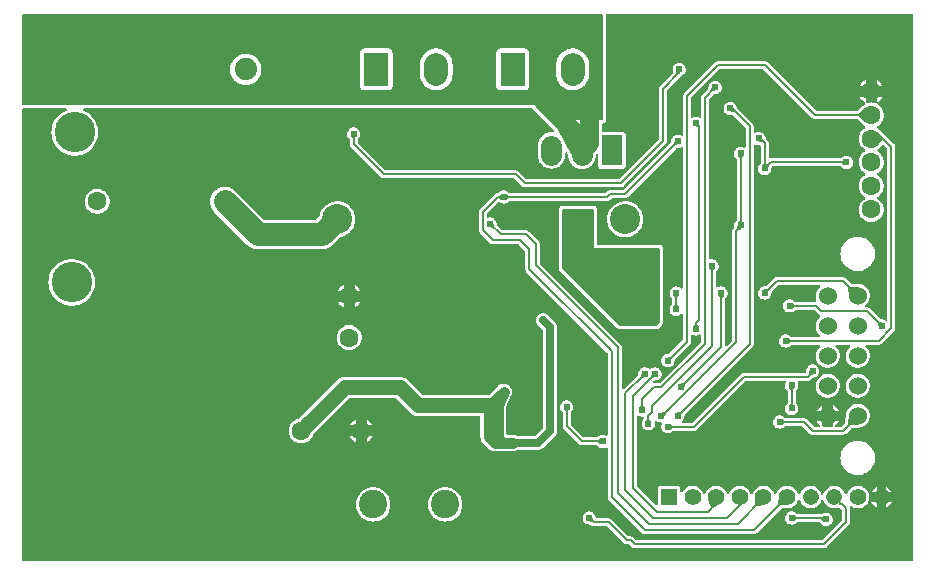
<source format=gbl>
G04 Layer: BottomLayer*
G04 EasyEDA v6.4.25, 2021-10-06T12:16:30--7:00*
G04 a282bae9c12645559e41785c4bbbd80e,1c607ed5ed934db7a0414c4b005609ca,10*
G04 Gerber Generator version 0.2*
G04 Scale: 100 percent, Rotated: No, Reflected: No *
G04 Dimensions in inches *
G04 leading zeros omitted , absolute positions ,3 integer and 6 decimal *
%FSLAX36Y36*%
%MOIN*%

%ADD12C,0.0060*%
%ADD13C,0.0320*%
%ADD15C,0.0640*%
%ADD19C,0.0240*%
%ADD24C,0.0250*%
%ADD25C,0.0350*%
%ADD34C,0.0787*%
%ADD37C,0.0480*%
%ADD60R,0.0709X0.1024*%
%ADD61C,0.0600*%
%ADD62C,0.0630*%
%ADD63R,0.0551X0.0551*%
%ADD64C,0.0551*%
%ADD66R,0.0635X0.0740*%
%ADD67C,0.0740*%
%ADD68C,0.1350*%
%ADD69C,0.0945*%
%ADD70C,0.1000*%
%ADD71C,0.0709*%
%ADD72C,0.0530*%
%ADD73C,0.0512*%
%ADD74C,0.0230*%
%ADD75C,0.0780*%

%LPD*%
G36*
X1776660Y-365000D02*
G01*
X1775120Y-364700D01*
X1773820Y-363820D01*
X1725280Y-315280D01*
X1724600Y-315000D01*
X14200Y-315000D01*
X12660Y-314700D01*
X11379Y-313820D01*
X10500Y-312540D01*
X10200Y-311000D01*
X10200Y-14200D01*
X10500Y-12660D01*
X11379Y-11379D01*
X12660Y-10500D01*
X14200Y-10200D01*
X1941000Y-10200D01*
X1942540Y-10500D01*
X1943820Y-11379D01*
X1944700Y-12660D01*
X1945000Y-14200D01*
X1945000Y-361000D01*
X1944700Y-362540D01*
X1943820Y-363820D01*
X1942540Y-364700D01*
X1941000Y-365000D01*
G37*

%LPC*%
G36*
X1150820Y-265200D02*
G01*
X1229180Y-265200D01*
X1232340Y-264880D01*
X1235180Y-264020D01*
X1237800Y-262620D01*
X1240100Y-260740D01*
X1242000Y-258440D01*
X1243400Y-255799D01*
X1244260Y-252960D01*
X1244580Y-249800D01*
X1244580Y-140200D01*
X1244260Y-137040D01*
X1243400Y-134200D01*
X1242000Y-131560D01*
X1240100Y-129260D01*
X1237800Y-127380D01*
X1235180Y-125980D01*
X1232340Y-125120D01*
X1229180Y-124800D01*
X1150820Y-124800D01*
X1147660Y-125120D01*
X1144820Y-125980D01*
X1142200Y-127380D01*
X1139900Y-129260D01*
X1138000Y-131560D01*
X1136600Y-134200D01*
X1135740Y-137040D01*
X1135440Y-140200D01*
X1135440Y-249800D01*
X1135740Y-252960D01*
X1136600Y-255799D01*
X1138000Y-258440D01*
X1139900Y-260740D01*
X1142200Y-262620D01*
X1144820Y-264020D01*
X1147660Y-264880D01*
G37*
G36*
X1605820Y-265200D02*
G01*
X1684180Y-265200D01*
X1687340Y-264880D01*
X1690180Y-264020D01*
X1692800Y-262620D01*
X1695100Y-260740D01*
X1697000Y-258440D01*
X1698400Y-255799D01*
X1699259Y-252960D01*
X1699580Y-249800D01*
X1699580Y-140200D01*
X1699259Y-137040D01*
X1698400Y-134200D01*
X1697000Y-131560D01*
X1695100Y-129260D01*
X1692800Y-127380D01*
X1690180Y-125980D01*
X1687340Y-125120D01*
X1684180Y-124800D01*
X1605820Y-124800D01*
X1602660Y-125120D01*
X1599820Y-125980D01*
X1597200Y-127380D01*
X1594900Y-129260D01*
X1593000Y-131560D01*
X1591600Y-134200D01*
X1590740Y-137040D01*
X1590420Y-140200D01*
X1590420Y-249800D01*
X1590740Y-252960D01*
X1591600Y-255799D01*
X1593000Y-258440D01*
X1594900Y-260740D01*
X1597200Y-262620D01*
X1599820Y-264020D01*
X1602660Y-264880D01*
G37*
G36*
X1386819Y-265100D02*
G01*
X1393180Y-265100D01*
X1399480Y-264360D01*
X1405640Y-262900D01*
X1411620Y-260740D01*
X1417280Y-257880D01*
X1422580Y-254400D01*
X1427440Y-250320D01*
X1431800Y-245700D01*
X1435580Y-240620D01*
X1438760Y-235120D01*
X1441279Y-229300D01*
X1443100Y-223220D01*
X1444199Y-216960D01*
X1444580Y-210520D01*
X1444580Y-179480D01*
X1444199Y-173039D01*
X1443100Y-166780D01*
X1441279Y-160700D01*
X1438760Y-154880D01*
X1435580Y-149380D01*
X1431800Y-144300D01*
X1427440Y-139680D01*
X1422580Y-135600D01*
X1417280Y-132120D01*
X1411620Y-129260D01*
X1405640Y-127100D01*
X1399480Y-125640D01*
X1393180Y-124900D01*
X1386819Y-124900D01*
X1380520Y-125640D01*
X1374360Y-127100D01*
X1368380Y-129260D01*
X1362720Y-132120D01*
X1357420Y-135600D01*
X1352560Y-139680D01*
X1348200Y-144300D01*
X1344420Y-149380D01*
X1341240Y-154880D01*
X1338720Y-160700D01*
X1336900Y-166780D01*
X1335800Y-173039D01*
X1335440Y-179480D01*
X1335440Y-210520D01*
X1335800Y-216960D01*
X1336900Y-223220D01*
X1338720Y-229300D01*
X1341240Y-235120D01*
X1344420Y-240620D01*
X1348200Y-245700D01*
X1352560Y-250320D01*
X1357420Y-254400D01*
X1362720Y-257880D01*
X1368380Y-260740D01*
X1374360Y-262900D01*
X1380520Y-264360D01*
G37*
G36*
X1841819Y-265100D02*
G01*
X1848180Y-265100D01*
X1854480Y-264360D01*
X1860640Y-262900D01*
X1866620Y-260740D01*
X1872280Y-257880D01*
X1877580Y-254400D01*
X1882440Y-250320D01*
X1886800Y-245700D01*
X1890580Y-240620D01*
X1893760Y-235120D01*
X1896279Y-229300D01*
X1898100Y-223220D01*
X1899199Y-216960D01*
X1899580Y-210520D01*
X1899580Y-179480D01*
X1899199Y-173039D01*
X1898100Y-166780D01*
X1896279Y-160700D01*
X1893760Y-154880D01*
X1890580Y-149380D01*
X1886800Y-144300D01*
X1882440Y-139680D01*
X1877580Y-135600D01*
X1872280Y-132120D01*
X1866620Y-129260D01*
X1860640Y-127100D01*
X1854480Y-125640D01*
X1848180Y-124900D01*
X1841819Y-124900D01*
X1835520Y-125640D01*
X1829360Y-127100D01*
X1823380Y-129260D01*
X1817720Y-132120D01*
X1812420Y-135600D01*
X1807560Y-139680D01*
X1803200Y-144300D01*
X1799420Y-149380D01*
X1796240Y-154880D01*
X1793720Y-160700D01*
X1791900Y-166780D01*
X1790800Y-173039D01*
X1790420Y-179480D01*
X1790420Y-210520D01*
X1790800Y-216960D01*
X1791900Y-223220D01*
X1793720Y-229300D01*
X1796240Y-235120D01*
X1799420Y-240620D01*
X1803200Y-245700D01*
X1807560Y-250320D01*
X1812420Y-254400D01*
X1817720Y-257880D01*
X1823380Y-260740D01*
X1829360Y-262900D01*
X1835520Y-264360D01*
G37*
G36*
X753460Y-247180D02*
G01*
X759640Y-246980D01*
X765759Y-246080D01*
X771720Y-244440D01*
X777440Y-242120D01*
X782860Y-239140D01*
X787880Y-235520D01*
X792440Y-231360D01*
X796480Y-226680D01*
X799940Y-221540D01*
X802760Y-216040D01*
X804920Y-210240D01*
X806360Y-204240D01*
X807099Y-198100D01*
X807099Y-191900D01*
X806360Y-185760D01*
X804920Y-179760D01*
X802760Y-173960D01*
X799940Y-168460D01*
X796480Y-163320D01*
X792440Y-158640D01*
X787880Y-154480D01*
X782860Y-150860D01*
X777440Y-147880D01*
X771720Y-145560D01*
X765759Y-143920D01*
X759640Y-143020D01*
X753460Y-142840D01*
X747300Y-143380D01*
X741240Y-144660D01*
X735380Y-146640D01*
X729800Y-149300D01*
X724580Y-152600D01*
X719780Y-156500D01*
X715460Y-160920D01*
X711720Y-165840D01*
X708560Y-171160D01*
X706080Y-176820D01*
X704260Y-182740D01*
X703180Y-188820D01*
X702800Y-195000D01*
X703180Y-201180D01*
X704260Y-207260D01*
X706080Y-213180D01*
X708560Y-218840D01*
X711720Y-224160D01*
X715460Y-229080D01*
X719780Y-233500D01*
X724580Y-237399D01*
X729800Y-240700D01*
X735380Y-243359D01*
X741240Y-245340D01*
X747300Y-246620D01*
G37*

%LPD*%
G36*
X14200Y-1834800D02*
G01*
X12660Y-1834500D01*
X11379Y-1833620D01*
X10500Y-1832340D01*
X10200Y-1830800D01*
X10200Y-329200D01*
X10500Y-327660D01*
X11379Y-326380D01*
X12660Y-325500D01*
X14200Y-325200D01*
X154620Y-325200D01*
X156180Y-325520D01*
X157500Y-326420D01*
X158360Y-327740D01*
X158620Y-329320D01*
X158260Y-330860D01*
X157340Y-332140D01*
X155980Y-332960D01*
X155260Y-333220D01*
X148380Y-336480D01*
X141840Y-340400D01*
X135720Y-344940D01*
X130060Y-350060D01*
X124940Y-355720D01*
X120399Y-361840D01*
X116480Y-368380D01*
X113219Y-375260D01*
X110660Y-382440D01*
X108800Y-389840D01*
X107680Y-397380D01*
X107300Y-405000D01*
X107680Y-412620D01*
X108800Y-420160D01*
X110660Y-427560D01*
X113219Y-434739D01*
X116480Y-441620D01*
X120399Y-448160D01*
X124940Y-454280D01*
X130060Y-459940D01*
X135720Y-465060D01*
X141840Y-469600D01*
X148380Y-473519D01*
X155260Y-476780D01*
X162440Y-479340D01*
X169840Y-481200D01*
X177380Y-482320D01*
X185000Y-482700D01*
X192620Y-482320D01*
X200159Y-481200D01*
X207560Y-479340D01*
X214740Y-476780D01*
X221620Y-473519D01*
X228160Y-469600D01*
X234280Y-465060D01*
X239940Y-459940D01*
X245060Y-454280D01*
X249600Y-448160D01*
X253520Y-441620D01*
X256780Y-434739D01*
X259340Y-427560D01*
X261200Y-420160D01*
X262320Y-412620D01*
X262700Y-405000D01*
X262320Y-397380D01*
X261200Y-389840D01*
X259340Y-382440D01*
X256780Y-375260D01*
X253520Y-368380D01*
X249600Y-361840D01*
X245060Y-355720D01*
X239940Y-350060D01*
X234280Y-344940D01*
X228160Y-340400D01*
X221620Y-336480D01*
X214740Y-333220D01*
X214020Y-332960D01*
X212659Y-332140D01*
X211740Y-330860D01*
X211380Y-329320D01*
X211640Y-327740D01*
X212500Y-326420D01*
X213820Y-325520D01*
X215380Y-325200D01*
X1709300Y-325200D01*
X1710940Y-325560D01*
X1712300Y-326560D01*
X1715260Y-329940D01*
X1782280Y-396960D01*
X1783180Y-398340D01*
X1783440Y-399960D01*
X1783040Y-401540D01*
X1782040Y-402840D01*
X1780580Y-403620D01*
X1778959Y-403760D01*
X1777080Y-403519D01*
X1771339Y-403519D01*
X1765660Y-404240D01*
X1760120Y-405660D01*
X1754780Y-407780D01*
X1749760Y-410540D01*
X1745140Y-413900D01*
X1740960Y-417819D01*
X1737300Y-422239D01*
X1734240Y-427080D01*
X1731800Y-432260D01*
X1730020Y-437700D01*
X1728940Y-443340D01*
X1728580Y-449180D01*
X1728580Y-480420D01*
X1728940Y-486260D01*
X1730020Y-491900D01*
X1731800Y-497340D01*
X1734240Y-502540D01*
X1737300Y-507360D01*
X1740960Y-511780D01*
X1745140Y-515700D01*
X1749760Y-519080D01*
X1754780Y-521840D01*
X1760120Y-523940D01*
X1765660Y-525360D01*
X1771339Y-526080D01*
X1777080Y-526080D01*
X1782760Y-525360D01*
X1788320Y-523940D01*
X1793640Y-521840D01*
X1798660Y-519080D01*
X1803300Y-515700D01*
X1807480Y-511780D01*
X1811120Y-507360D01*
X1814199Y-502540D01*
X1816639Y-497340D01*
X1818400Y-491900D01*
X1819480Y-486260D01*
X1819840Y-480420D01*
X1819840Y-475400D01*
X1820220Y-473700D01*
X1821260Y-472340D01*
X1822800Y-471540D01*
X1824520Y-471460D01*
X1826120Y-472100D01*
X1827300Y-473380D01*
X1829600Y-477320D01*
X1830020Y-478280D01*
X1830160Y-479340D01*
X1830160Y-480820D01*
X1830520Y-486659D01*
X1831600Y-492299D01*
X1833360Y-497740D01*
X1835800Y-502920D01*
X1838880Y-507760D01*
X1842520Y-512180D01*
X1846699Y-516100D01*
X1851339Y-519460D01*
X1856360Y-522220D01*
X1861680Y-524340D01*
X1867240Y-525760D01*
X1872920Y-526480D01*
X1878660Y-526480D01*
X1884340Y-525760D01*
X1889880Y-524340D01*
X1895220Y-522220D01*
X1900240Y-519460D01*
X1904880Y-516100D01*
X1909040Y-512180D01*
X1912700Y-507760D01*
X1915760Y-502920D01*
X1918200Y-497740D01*
X1919980Y-492299D01*
X1921060Y-486659D01*
X1921420Y-480660D01*
X1921780Y-479260D01*
X1922600Y-478080D01*
X1923320Y-477340D01*
X1924620Y-476480D01*
X1926160Y-476180D01*
X1927680Y-476480D01*
X1928980Y-477340D01*
X1929860Y-478640D01*
X1930160Y-480180D01*
X1930160Y-516160D01*
X1930440Y-518640D01*
X1931180Y-520800D01*
X1932400Y-522720D01*
X1934019Y-524340D01*
X1935940Y-525540D01*
X1938100Y-526300D01*
X1940580Y-526580D01*
X2011000Y-526580D01*
X2013480Y-526300D01*
X2015640Y-525540D01*
X2017560Y-524340D01*
X2019180Y-522720D01*
X2020380Y-520800D01*
X2021140Y-518640D01*
X2021420Y-516160D01*
X2021420Y-414240D01*
X2021140Y-411760D01*
X2020380Y-409600D01*
X2019180Y-407680D01*
X2017560Y-406060D01*
X2015640Y-404840D01*
X2013480Y-404099D01*
X2011000Y-403820D01*
X1946200Y-403820D01*
X1944660Y-403519D01*
X1943380Y-402640D01*
X1942500Y-401340D01*
X1942200Y-399820D01*
X1942200Y-379060D01*
X1942460Y-377640D01*
X1943220Y-376400D01*
X1944360Y-375520D01*
X1945760Y-375080D01*
X1947260Y-374920D01*
X1949420Y-374159D01*
X1951339Y-372960D01*
X1952960Y-371340D01*
X1954160Y-369420D01*
X1954920Y-367260D01*
X1955200Y-364780D01*
X1955200Y-14200D01*
X1955500Y-12660D01*
X1956380Y-11379D01*
X1957660Y-10500D01*
X1959199Y-10200D01*
X2975800Y-10200D01*
X2977340Y-10500D01*
X2978620Y-11379D01*
X2979500Y-12660D01*
X2979800Y-14200D01*
X2979800Y-1830800D01*
X2979500Y-1832340D01*
X2978620Y-1833620D01*
X2977340Y-1834500D01*
X2975800Y-1834800D01*
G37*

%LPC*%
G36*
X2052000Y-1791440D02*
G01*
X2681540Y-1791440D01*
X2684500Y-1791140D01*
X2687120Y-1790280D01*
X2689540Y-1788880D01*
X2691200Y-1787460D01*
X2764180Y-1714480D01*
X2766060Y-1712180D01*
X2767300Y-1709720D01*
X2768020Y-1707020D01*
X2768200Y-1704840D01*
X2768200Y-1658360D01*
X2767740Y-1653820D01*
X2768220Y-1652300D01*
X2769260Y-1651080D01*
X2770700Y-1650380D01*
X2772300Y-1650280D01*
X2773800Y-1650820D01*
X2778220Y-1653520D01*
X2782940Y-1655580D01*
X2787900Y-1656960D01*
X2793020Y-1657660D01*
X2798159Y-1657660D01*
X2803279Y-1656960D01*
X2808240Y-1655580D01*
X2812960Y-1653520D01*
X2817360Y-1650840D01*
X2821360Y-1647580D01*
X2824880Y-1643820D01*
X2827840Y-1639620D01*
X2830220Y-1635040D01*
X2831200Y-1632300D01*
X2831560Y-1631680D01*
X2831940Y-1630180D01*
X2832980Y-1625140D01*
X2833340Y-1620000D01*
X2832980Y-1614860D01*
X2831940Y-1609820D01*
X2831560Y-1608320D01*
X2831200Y-1607700D01*
X2830220Y-1604960D01*
X2827840Y-1600380D01*
X2824880Y-1596180D01*
X2821360Y-1592420D01*
X2817360Y-1589160D01*
X2812960Y-1586480D01*
X2808240Y-1584440D01*
X2803279Y-1583040D01*
X2798159Y-1582340D01*
X2793020Y-1582340D01*
X2787900Y-1583040D01*
X2782940Y-1584440D01*
X2778220Y-1586480D01*
X2773820Y-1589160D01*
X2769820Y-1592420D01*
X2766300Y-1596180D01*
X2763340Y-1600380D01*
X2760960Y-1604960D01*
X2759620Y-1608760D01*
X2758780Y-1610140D01*
X2757440Y-1611080D01*
X2755840Y-1611420D01*
X2754260Y-1611080D01*
X2752919Y-1610140D01*
X2752080Y-1608760D01*
X2750500Y-1604319D01*
X2748200Y-1599880D01*
X2745320Y-1595780D01*
X2741900Y-1592120D01*
X2738000Y-1588959D01*
X2733740Y-1586360D01*
X2729140Y-1584360D01*
X2724320Y-1583020D01*
X2719360Y-1582340D01*
X2714340Y-1582340D01*
X2709380Y-1583020D01*
X2704560Y-1584360D01*
X2699960Y-1586360D01*
X2695700Y-1588959D01*
X2691800Y-1592120D01*
X2688380Y-1595780D01*
X2685500Y-1599880D01*
X2683200Y-1604319D01*
X2680800Y-1611060D01*
X2679700Y-1612160D01*
X2678260Y-1612740D01*
X2676700Y-1612740D01*
X2675260Y-1612160D01*
X2674160Y-1611060D01*
X2671760Y-1604319D01*
X2669460Y-1599880D01*
X2666580Y-1595780D01*
X2663159Y-1592120D01*
X2659260Y-1588959D01*
X2655000Y-1586360D01*
X2650400Y-1584360D01*
X2645580Y-1583020D01*
X2640620Y-1582340D01*
X2635600Y-1582340D01*
X2630640Y-1583020D01*
X2625820Y-1584360D01*
X2621220Y-1586360D01*
X2616960Y-1588959D01*
X2613060Y-1592120D01*
X2609640Y-1595780D01*
X2606760Y-1599880D01*
X2604460Y-1604319D01*
X2602880Y-1608760D01*
X2602040Y-1610140D01*
X2600700Y-1611080D01*
X2599120Y-1611420D01*
X2597520Y-1611080D01*
X2596180Y-1610140D01*
X2595340Y-1608760D01*
X2594000Y-1604960D01*
X2591620Y-1600380D01*
X2588660Y-1596180D01*
X2585140Y-1592420D01*
X2581139Y-1589160D01*
X2576740Y-1586480D01*
X2572020Y-1584440D01*
X2567060Y-1583040D01*
X2561940Y-1582340D01*
X2556800Y-1582340D01*
X2551680Y-1583040D01*
X2546720Y-1584440D01*
X2542000Y-1586480D01*
X2537600Y-1589160D01*
X2533600Y-1592420D01*
X2530080Y-1596180D01*
X2527120Y-1600380D01*
X2524740Y-1604960D01*
X2523760Y-1607700D01*
X2522920Y-1609100D01*
X2521600Y-1610040D01*
X2520000Y-1610360D01*
X2518400Y-1610040D01*
X2517080Y-1609100D01*
X2516240Y-1607700D01*
X2515260Y-1604960D01*
X2512880Y-1600380D01*
X2509920Y-1596180D01*
X2506400Y-1592420D01*
X2502400Y-1589160D01*
X2498000Y-1586480D01*
X2493280Y-1584440D01*
X2488320Y-1583040D01*
X2483200Y-1582340D01*
X2478060Y-1582340D01*
X2472940Y-1583040D01*
X2467980Y-1584440D01*
X2463260Y-1586480D01*
X2458860Y-1589160D01*
X2454860Y-1592420D01*
X2451340Y-1596180D01*
X2448380Y-1600380D01*
X2446000Y-1604960D01*
X2445020Y-1607700D01*
X2444180Y-1609100D01*
X2442860Y-1610040D01*
X2441260Y-1610360D01*
X2439660Y-1610040D01*
X2438340Y-1609100D01*
X2437500Y-1607700D01*
X2436520Y-1604960D01*
X2434140Y-1600380D01*
X2431180Y-1596180D01*
X2427660Y-1592420D01*
X2423660Y-1589160D01*
X2419260Y-1586480D01*
X2414540Y-1584440D01*
X2409580Y-1583040D01*
X2404460Y-1582340D01*
X2399320Y-1582340D01*
X2394200Y-1583040D01*
X2389240Y-1584440D01*
X2384520Y-1586480D01*
X2380120Y-1589160D01*
X2376120Y-1592420D01*
X2372600Y-1596180D01*
X2369640Y-1600380D01*
X2367260Y-1604960D01*
X2366280Y-1607700D01*
X2365440Y-1609100D01*
X2364120Y-1610040D01*
X2362520Y-1610360D01*
X2360920Y-1610040D01*
X2359600Y-1609100D01*
X2358760Y-1607700D01*
X2357780Y-1604960D01*
X2355400Y-1600380D01*
X2352440Y-1596180D01*
X2348920Y-1592420D01*
X2344920Y-1589160D01*
X2340520Y-1586480D01*
X2335800Y-1584440D01*
X2330840Y-1583040D01*
X2325720Y-1582340D01*
X2320580Y-1582340D01*
X2315460Y-1583040D01*
X2310500Y-1584440D01*
X2305780Y-1586480D01*
X2301380Y-1589160D01*
X2297380Y-1592420D01*
X2293860Y-1596180D01*
X2290900Y-1600380D01*
X2288520Y-1604960D01*
X2287540Y-1607700D01*
X2286700Y-1609100D01*
X2285380Y-1610040D01*
X2283780Y-1610360D01*
X2282180Y-1610040D01*
X2280860Y-1609100D01*
X2280020Y-1607700D01*
X2279040Y-1604960D01*
X2276660Y-1600380D01*
X2273700Y-1596180D01*
X2270180Y-1592420D01*
X2266180Y-1589160D01*
X2261780Y-1586480D01*
X2257060Y-1584440D01*
X2252100Y-1583040D01*
X2246980Y-1582340D01*
X2241840Y-1582340D01*
X2236720Y-1583040D01*
X2231760Y-1584440D01*
X2227040Y-1586480D01*
X2222640Y-1589160D01*
X2218640Y-1592420D01*
X2215120Y-1596180D01*
X2212160Y-1600380D01*
X2210980Y-1602660D01*
X2209840Y-1604000D01*
X2208240Y-1604740D01*
X2206480Y-1604700D01*
X2204900Y-1603920D01*
X2203820Y-1602540D01*
X2203420Y-1600820D01*
X2203420Y-1592660D01*
X2203140Y-1590180D01*
X2202400Y-1588020D01*
X2201180Y-1586100D01*
X2199580Y-1584480D01*
X2197640Y-1583280D01*
X2195500Y-1582520D01*
X2193000Y-1582240D01*
X2138340Y-1582240D01*
X2135840Y-1582520D01*
X2133700Y-1583280D01*
X2131760Y-1584480D01*
X2130160Y-1586100D01*
X2128940Y-1588020D01*
X2128200Y-1590180D01*
X2127920Y-1592660D01*
X2127920Y-1644580D01*
X2127600Y-1646120D01*
X2126740Y-1647420D01*
X2125440Y-1648280D01*
X2123920Y-1648580D01*
X2122380Y-1648280D01*
X2121080Y-1647420D01*
X2059379Y-1585700D01*
X2058500Y-1584400D01*
X2058200Y-1582880D01*
X2058200Y-1352820D01*
X2058520Y-1351260D01*
X2059420Y-1349960D01*
X2060760Y-1349100D01*
X2062340Y-1348839D01*
X2063899Y-1349199D01*
X2067420Y-1350840D01*
X2071140Y-1351840D01*
X2075000Y-1352180D01*
X2078940Y-1351840D01*
X2080440Y-1352000D01*
X2081780Y-1352680D01*
X2082760Y-1353820D01*
X2083260Y-1355260D01*
X2083180Y-1356759D01*
X2082560Y-1358120D01*
X2077780Y-1364920D01*
X2076160Y-1368420D01*
X2075160Y-1372140D01*
X2074820Y-1376000D01*
X2075160Y-1379860D01*
X2076160Y-1383580D01*
X2077780Y-1387100D01*
X2080000Y-1390260D01*
X2082740Y-1393000D01*
X2085900Y-1395220D01*
X2089420Y-1396840D01*
X2093140Y-1397840D01*
X2097000Y-1398180D01*
X2100860Y-1397840D01*
X2104580Y-1396840D01*
X2108100Y-1395220D01*
X2111260Y-1393000D01*
X2114000Y-1390260D01*
X2116220Y-1387100D01*
X2117840Y-1383580D01*
X2118840Y-1379860D01*
X2119180Y-1376000D01*
X2118840Y-1372140D01*
X2118300Y-1370120D01*
X2118220Y-1368380D01*
X2118880Y-1366780D01*
X2120160Y-1365620D01*
X2121820Y-1365100D01*
X2123540Y-1365320D01*
X2125000Y-1366240D01*
X2125740Y-1367000D01*
X2128900Y-1369220D01*
X2132420Y-1370840D01*
X2136140Y-1371840D01*
X2138200Y-1372020D01*
X2139680Y-1372440D01*
X2140880Y-1373380D01*
X2141640Y-1374720D01*
X2141860Y-1376220D01*
X2141480Y-1377700D01*
X2141160Y-1378420D01*
X2140160Y-1382140D01*
X2139820Y-1386000D01*
X2140160Y-1389860D01*
X2141160Y-1393580D01*
X2142780Y-1397100D01*
X2145000Y-1400260D01*
X2147740Y-1403000D01*
X2150900Y-1405220D01*
X2154420Y-1406840D01*
X2158140Y-1407840D01*
X2162000Y-1408180D01*
X2165860Y-1407840D01*
X2169580Y-1406840D01*
X2173100Y-1405200D01*
X2180560Y-1399940D01*
X2181680Y-1399400D01*
X2182900Y-1399199D01*
X2248800Y-1399199D01*
X2251740Y-1398899D01*
X2254360Y-1398040D01*
X2256800Y-1396639D01*
X2258440Y-1395220D01*
X2419300Y-1234380D01*
X2420600Y-1233500D01*
X2422120Y-1233200D01*
X2551500Y-1233200D01*
X2553060Y-1233520D01*
X2554380Y-1234420D01*
X2555240Y-1235760D01*
X2555500Y-1237340D01*
X2555120Y-1238900D01*
X2554160Y-1240980D01*
X2553160Y-1244700D01*
X2552820Y-1248560D01*
X2553160Y-1252420D01*
X2554160Y-1256140D01*
X2555800Y-1259660D01*
X2561060Y-1267120D01*
X2561600Y-1268220D01*
X2561800Y-1269440D01*
X2561800Y-1303720D01*
X2561620Y-1304940D01*
X2561060Y-1306020D01*
X2555780Y-1313520D01*
X2554160Y-1317020D01*
X2553160Y-1320760D01*
X2552820Y-1324620D01*
X2553160Y-1328460D01*
X2554160Y-1332200D01*
X2555780Y-1335700D01*
X2558000Y-1338880D01*
X2560740Y-1341600D01*
X2563900Y-1343820D01*
X2567420Y-1345460D01*
X2571139Y-1346459D01*
X2575000Y-1346800D01*
X2578860Y-1346459D01*
X2582580Y-1345460D01*
X2586100Y-1343820D01*
X2589260Y-1341600D01*
X2592000Y-1338880D01*
X2594220Y-1335700D01*
X2595840Y-1332200D01*
X2596840Y-1328460D01*
X2597180Y-1324620D01*
X2596840Y-1320760D01*
X2595840Y-1317020D01*
X2594200Y-1313500D01*
X2588940Y-1306040D01*
X2588399Y-1304940D01*
X2588200Y-1303720D01*
X2588200Y-1269440D01*
X2588380Y-1268240D01*
X2588940Y-1267140D01*
X2594220Y-1259640D01*
X2595840Y-1256140D01*
X2596840Y-1252420D01*
X2597180Y-1248560D01*
X2596840Y-1244700D01*
X2595840Y-1240980D01*
X2594880Y-1238900D01*
X2594500Y-1237340D01*
X2594760Y-1235760D01*
X2595620Y-1234420D01*
X2596940Y-1233520D01*
X2598500Y-1233200D01*
X2629700Y-1233200D01*
X2632640Y-1232900D01*
X2635260Y-1232040D01*
X2637700Y-1230640D01*
X2639280Y-1229300D01*
X2643980Y-1224660D01*
X2645260Y-1223800D01*
X2652580Y-1220840D01*
X2656100Y-1219220D01*
X2659260Y-1217000D01*
X2662000Y-1214260D01*
X2664220Y-1211100D01*
X2665840Y-1207580D01*
X2666840Y-1203860D01*
X2667180Y-1200000D01*
X2666840Y-1196140D01*
X2665840Y-1192420D01*
X2664220Y-1188900D01*
X2662000Y-1185740D01*
X2659260Y-1183000D01*
X2656100Y-1180780D01*
X2652580Y-1179160D01*
X2648860Y-1178160D01*
X2645000Y-1177820D01*
X2641139Y-1178160D01*
X2637420Y-1179160D01*
X2633900Y-1180780D01*
X2630740Y-1183000D01*
X2628000Y-1185740D01*
X2625779Y-1188900D01*
X2624160Y-1192420D01*
X2623159Y-1196140D01*
X2622820Y-1200060D01*
X2622960Y-1202560D01*
X2622740Y-1204160D01*
X2621880Y-1205540D01*
X2620560Y-1206480D01*
X2618980Y-1206800D01*
X2415200Y-1206800D01*
X2412260Y-1207120D01*
X2409640Y-1207960D01*
X2407200Y-1209360D01*
X2405560Y-1210780D01*
X2244700Y-1371620D01*
X2243400Y-1372500D01*
X2241880Y-1372800D01*
X2213120Y-1372800D01*
X2211580Y-1372500D01*
X2210280Y-1371620D01*
X2209420Y-1370340D01*
X2209120Y-1368800D01*
X2209420Y-1367260D01*
X2210280Y-1365980D01*
X2212000Y-1364259D01*
X2214220Y-1361100D01*
X2215840Y-1357580D01*
X2216860Y-1353779D01*
X2217980Y-1346740D01*
X2218380Y-1345560D01*
X2219100Y-1344560D01*
X2443780Y-1119880D01*
X2445660Y-1117580D01*
X2446900Y-1115120D01*
X2447620Y-1112420D01*
X2447800Y-1110240D01*
X2447800Y-447620D01*
X2448120Y-446060D01*
X2449020Y-444739D01*
X2450380Y-443880D01*
X2451960Y-443620D01*
X2453500Y-444000D01*
X2457420Y-445840D01*
X2461140Y-446840D01*
X2465060Y-447180D01*
X2467560Y-447040D01*
X2469160Y-447260D01*
X2470540Y-448120D01*
X2471480Y-449440D01*
X2471800Y-451019D01*
X2471800Y-504120D01*
X2471620Y-505319D01*
X2471060Y-506420D01*
X2465780Y-513920D01*
X2464160Y-517420D01*
X2463160Y-521140D01*
X2462820Y-525000D01*
X2463160Y-528860D01*
X2464160Y-532580D01*
X2465780Y-536100D01*
X2468000Y-539260D01*
X2470740Y-542000D01*
X2473900Y-544220D01*
X2477420Y-545840D01*
X2481140Y-546840D01*
X2485000Y-547180D01*
X2488860Y-546840D01*
X2492580Y-545840D01*
X2496100Y-544220D01*
X2499260Y-542000D01*
X2502000Y-539260D01*
X2504220Y-536100D01*
X2505840Y-532580D01*
X2506860Y-528780D01*
X2507980Y-521740D01*
X2508380Y-520560D01*
X2509520Y-519159D01*
X2510820Y-518280D01*
X2512340Y-517980D01*
X2736560Y-517980D01*
X2737780Y-518160D01*
X2738860Y-518720D01*
X2746360Y-524000D01*
X2749860Y-525620D01*
X2753600Y-526620D01*
X2757460Y-526960D01*
X2761300Y-526620D01*
X2765040Y-525620D01*
X2768540Y-524000D01*
X2771720Y-521780D01*
X2774440Y-519040D01*
X2776660Y-515880D01*
X2778300Y-512360D01*
X2779300Y-508640D01*
X2779640Y-504780D01*
X2779300Y-500920D01*
X2778300Y-497200D01*
X2776660Y-493680D01*
X2774440Y-490520D01*
X2771720Y-487780D01*
X2768540Y-485560D01*
X2765040Y-483940D01*
X2761300Y-482939D01*
X2757460Y-482600D01*
X2753600Y-482939D01*
X2749860Y-483940D01*
X2746340Y-485580D01*
X2738880Y-490840D01*
X2737780Y-491380D01*
X2736560Y-491580D01*
X2505420Y-491580D01*
X2502600Y-491860D01*
X2500940Y-491680D01*
X2499520Y-490840D01*
X2498540Y-489500D01*
X2498200Y-487879D01*
X2498200Y-440200D01*
X2497900Y-437260D01*
X2497040Y-434640D01*
X2495640Y-432200D01*
X2494220Y-430560D01*
X2489660Y-426000D01*
X2488780Y-424680D01*
X2485840Y-417420D01*
X2484220Y-413900D01*
X2482000Y-410740D01*
X2479260Y-408000D01*
X2476100Y-405780D01*
X2472580Y-404159D01*
X2468860Y-403160D01*
X2465000Y-402819D01*
X2461140Y-403160D01*
X2457420Y-404159D01*
X2453500Y-406000D01*
X2451960Y-406380D01*
X2450380Y-406120D01*
X2449020Y-405260D01*
X2448120Y-403940D01*
X2447800Y-402380D01*
X2447800Y-384799D01*
X2447500Y-381860D01*
X2446640Y-379240D01*
X2445240Y-376800D01*
X2443820Y-375160D01*
X2394660Y-326000D01*
X2393780Y-324680D01*
X2390840Y-317420D01*
X2389220Y-313900D01*
X2387000Y-310740D01*
X2384260Y-308000D01*
X2381100Y-305780D01*
X2377580Y-304160D01*
X2373860Y-303160D01*
X2370000Y-302820D01*
X2366140Y-303160D01*
X2362420Y-304160D01*
X2358900Y-305780D01*
X2355740Y-308000D01*
X2353000Y-310740D01*
X2350780Y-313900D01*
X2349160Y-317420D01*
X2348160Y-321140D01*
X2347820Y-325000D01*
X2348160Y-328860D01*
X2349160Y-332580D01*
X2350780Y-336100D01*
X2353000Y-339260D01*
X2355740Y-342000D01*
X2358900Y-344219D01*
X2362420Y-345840D01*
X2366140Y-346840D01*
X2370060Y-347200D01*
X2376320Y-346860D01*
X2377960Y-347120D01*
X2379360Y-348020D01*
X2420220Y-388900D01*
X2421100Y-390200D01*
X2421400Y-391719D01*
X2421400Y-451980D01*
X2421080Y-453540D01*
X2420180Y-454860D01*
X2418840Y-455720D01*
X2417260Y-455980D01*
X2415700Y-455600D01*
X2412580Y-454159D01*
X2408860Y-453160D01*
X2405000Y-452819D01*
X2401140Y-453160D01*
X2397420Y-454159D01*
X2393900Y-455780D01*
X2390740Y-458000D01*
X2388000Y-460740D01*
X2385780Y-463900D01*
X2384160Y-467420D01*
X2383160Y-471140D01*
X2382820Y-475000D01*
X2383160Y-478860D01*
X2384160Y-482580D01*
X2385800Y-486100D01*
X2391060Y-493560D01*
X2391600Y-494660D01*
X2391800Y-495880D01*
X2391800Y-694120D01*
X2391620Y-695320D01*
X2391060Y-696420D01*
X2385780Y-703920D01*
X2384160Y-707420D01*
X2383160Y-711140D01*
X2382800Y-715060D01*
X2382880Y-716380D01*
X2382900Y-720759D01*
X2382600Y-722300D01*
X2381720Y-723600D01*
X2381020Y-724320D01*
X2379160Y-726620D01*
X2377900Y-729060D01*
X2377180Y-731780D01*
X2377000Y-733940D01*
X2377000Y-1096660D01*
X2376700Y-1098200D01*
X2375840Y-1099500D01*
X2358020Y-1117300D01*
X2356720Y-1118180D01*
X2355200Y-1118480D01*
X2353660Y-1118180D01*
X2352360Y-1117300D01*
X2351500Y-1116000D01*
X2351200Y-1114480D01*
X2351200Y-962099D01*
X2351460Y-960660D01*
X2352240Y-959400D01*
X2356960Y-954300D01*
X2359220Y-951100D01*
X2360840Y-947580D01*
X2361840Y-943860D01*
X2362180Y-940000D01*
X2361840Y-936140D01*
X2360840Y-932420D01*
X2359220Y-928900D01*
X2357000Y-925740D01*
X2354260Y-923000D01*
X2351100Y-920780D01*
X2347580Y-919160D01*
X2343860Y-918160D01*
X2340000Y-917820D01*
X2336140Y-918160D01*
X2332420Y-919160D01*
X2328900Y-920800D01*
X2327340Y-921160D01*
X2325760Y-920900D01*
X2324420Y-920040D01*
X2323520Y-918740D01*
X2323200Y-917180D01*
X2323200Y-870879D01*
X2323380Y-869680D01*
X2323940Y-868580D01*
X2329220Y-861080D01*
X2330840Y-857580D01*
X2331840Y-853860D01*
X2332180Y-850000D01*
X2331840Y-846140D01*
X2330840Y-842420D01*
X2329220Y-838900D01*
X2327000Y-835740D01*
X2324260Y-833000D01*
X2321100Y-830780D01*
X2317580Y-829160D01*
X2313860Y-828160D01*
X2310000Y-827820D01*
X2306140Y-828160D01*
X2303800Y-828780D01*
X2302360Y-828900D01*
X2300960Y-828480D01*
X2299800Y-827600D01*
X2299040Y-826340D01*
X2298780Y-824920D01*
X2298780Y-296560D01*
X2299080Y-295020D01*
X2299940Y-293720D01*
X2314560Y-279100D01*
X2315560Y-278380D01*
X2316720Y-277980D01*
X2323860Y-276840D01*
X2327580Y-275840D01*
X2331100Y-274220D01*
X2334260Y-272000D01*
X2337000Y-269260D01*
X2339220Y-266100D01*
X2340840Y-262580D01*
X2341840Y-258860D01*
X2342180Y-255000D01*
X2341840Y-251140D01*
X2340840Y-247420D01*
X2339220Y-243900D01*
X2337000Y-240740D01*
X2334260Y-238000D01*
X2331100Y-235780D01*
X2327580Y-234160D01*
X2323860Y-233160D01*
X2320000Y-232820D01*
X2316140Y-233160D01*
X2312420Y-234160D01*
X2308900Y-235780D01*
X2305740Y-238000D01*
X2303000Y-240740D01*
X2300780Y-243900D01*
X2299160Y-247420D01*
X2298140Y-251220D01*
X2297020Y-258260D01*
X2296620Y-259440D01*
X2295900Y-260440D01*
X2276380Y-279940D01*
X2274520Y-282260D01*
X2273260Y-284700D01*
X2272540Y-287420D01*
X2272380Y-289580D01*
X2272380Y-352500D01*
X2272000Y-354180D01*
X2270940Y-355560D01*
X2269420Y-356360D01*
X2267700Y-356440D01*
X2262580Y-354159D01*
X2258860Y-353160D01*
X2255000Y-352819D01*
X2251140Y-353160D01*
X2247420Y-354159D01*
X2244700Y-355420D01*
X2243140Y-355800D01*
X2241560Y-355540D01*
X2240220Y-354680D01*
X2239320Y-353360D01*
X2239000Y-351800D01*
X2239000Y-291320D01*
X2239300Y-289800D01*
X2240180Y-288500D01*
X2334300Y-194380D01*
X2335600Y-193500D01*
X2337120Y-193200D01*
X2477880Y-193200D01*
X2479400Y-193500D01*
X2480700Y-194380D01*
X2642420Y-356079D01*
X2644720Y-357960D01*
X2647180Y-359200D01*
X2649880Y-359920D01*
X2652060Y-360100D01*
X2791520Y-360100D01*
X2792980Y-360379D01*
X2794240Y-361180D01*
X2812120Y-377879D01*
X2814580Y-379940D01*
X2819060Y-382939D01*
X2820179Y-384040D01*
X2820779Y-385480D01*
X2820779Y-387040D01*
X2820179Y-388480D01*
X2819060Y-389580D01*
X2814620Y-392560D01*
X2810520Y-396160D01*
X2806920Y-400260D01*
X2803900Y-404780D01*
X2801480Y-409680D01*
X2799740Y-414840D01*
X2798660Y-420180D01*
X2798320Y-425640D01*
X2798660Y-431079D01*
X2799740Y-436420D01*
X2801480Y-441580D01*
X2803900Y-446480D01*
X2806920Y-451000D01*
X2810520Y-455100D01*
X2814620Y-458700D01*
X2819060Y-461680D01*
X2820179Y-462780D01*
X2820779Y-464219D01*
X2820779Y-465780D01*
X2820179Y-467220D01*
X2819060Y-468320D01*
X2814620Y-471300D01*
X2810520Y-474900D01*
X2806920Y-479000D01*
X2803900Y-483519D01*
X2801480Y-488420D01*
X2799740Y-493579D01*
X2798660Y-498920D01*
X2798320Y-504380D01*
X2798660Y-509820D01*
X2799740Y-515160D01*
X2801480Y-520319D01*
X2803900Y-525220D01*
X2806920Y-529740D01*
X2810520Y-533840D01*
X2814620Y-537440D01*
X2819060Y-540420D01*
X2820179Y-541520D01*
X2820779Y-542960D01*
X2820779Y-544520D01*
X2820179Y-545960D01*
X2819060Y-547060D01*
X2814620Y-550040D01*
X2810520Y-553640D01*
X2806920Y-557740D01*
X2803900Y-562260D01*
X2801480Y-567160D01*
X2799740Y-572320D01*
X2798660Y-577660D01*
X2798320Y-583120D01*
X2798660Y-588560D01*
X2799740Y-593900D01*
X2801480Y-599060D01*
X2803900Y-603960D01*
X2806920Y-608480D01*
X2810520Y-612580D01*
X2814620Y-616180D01*
X2819060Y-619160D01*
X2820179Y-620260D01*
X2820779Y-621700D01*
X2820779Y-623260D01*
X2820179Y-624700D01*
X2819060Y-625800D01*
X2814620Y-628780D01*
X2810520Y-632380D01*
X2806920Y-636480D01*
X2803900Y-641000D01*
X2801480Y-645900D01*
X2799740Y-651060D01*
X2798660Y-656400D01*
X2798320Y-661860D01*
X2798660Y-667300D01*
X2799740Y-672640D01*
X2801480Y-677800D01*
X2803900Y-682700D01*
X2806920Y-687220D01*
X2810520Y-691320D01*
X2814620Y-694920D01*
X2819160Y-697960D01*
X2824040Y-700360D01*
X2829220Y-702120D01*
X2834560Y-703180D01*
X2840000Y-703540D01*
X2845440Y-703180D01*
X2850779Y-702120D01*
X2855960Y-700360D01*
X2860840Y-697960D01*
X2865380Y-694920D01*
X2869480Y-691320D01*
X2873080Y-687220D01*
X2876100Y-682700D01*
X2878519Y-677800D01*
X2880260Y-672640D01*
X2881340Y-667300D01*
X2881680Y-661860D01*
X2881340Y-656400D01*
X2880260Y-651060D01*
X2878519Y-645900D01*
X2876100Y-641000D01*
X2873080Y-636480D01*
X2869480Y-632380D01*
X2865380Y-628780D01*
X2860940Y-625800D01*
X2859820Y-624700D01*
X2859240Y-623260D01*
X2859240Y-621700D01*
X2859820Y-620260D01*
X2860940Y-619160D01*
X2865380Y-616180D01*
X2869480Y-612580D01*
X2873080Y-608480D01*
X2876100Y-603960D01*
X2878519Y-599060D01*
X2880260Y-593900D01*
X2881340Y-588560D01*
X2881680Y-583120D01*
X2881340Y-577660D01*
X2880260Y-572320D01*
X2878519Y-567160D01*
X2876100Y-562260D01*
X2873080Y-557740D01*
X2869480Y-553640D01*
X2865380Y-550040D01*
X2860940Y-547060D01*
X2859820Y-545960D01*
X2859240Y-544520D01*
X2859240Y-542960D01*
X2859820Y-541520D01*
X2860940Y-540420D01*
X2865380Y-537440D01*
X2869480Y-533840D01*
X2873080Y-529740D01*
X2876100Y-525220D01*
X2878519Y-520319D01*
X2880260Y-515160D01*
X2881340Y-509820D01*
X2881680Y-504380D01*
X2881340Y-498920D01*
X2880260Y-493579D01*
X2878519Y-488420D01*
X2876100Y-483519D01*
X2873080Y-479000D01*
X2869480Y-474900D01*
X2865380Y-471300D01*
X2860940Y-468320D01*
X2859820Y-467220D01*
X2859240Y-465780D01*
X2859240Y-464219D01*
X2859820Y-462780D01*
X2860940Y-461680D01*
X2865440Y-458660D01*
X2867080Y-457299D01*
X2869440Y-455140D01*
X2872260Y-451940D01*
X2876860Y-446980D01*
X2878159Y-446060D01*
X2879720Y-445700D01*
X2881280Y-446000D01*
X2882620Y-446880D01*
X2892640Y-456900D01*
X2893500Y-458200D01*
X2893800Y-459720D01*
X2893800Y-1028500D01*
X2893420Y-1030200D01*
X2892380Y-1031560D01*
X2890840Y-1032360D01*
X2889100Y-1032440D01*
X2887500Y-1031780D01*
X2886100Y-1030780D01*
X2882580Y-1029160D01*
X2878780Y-1028139D01*
X2871740Y-1027020D01*
X2870560Y-1026620D01*
X2869560Y-1025900D01*
X2834780Y-991120D01*
X2832480Y-989260D01*
X2830020Y-988000D01*
X2827320Y-987280D01*
X2824140Y-987099D01*
X2822580Y-986780D01*
X2821259Y-985879D01*
X2820419Y-984539D01*
X2820140Y-982980D01*
X2820520Y-981420D01*
X2821460Y-980140D01*
X2823900Y-977940D01*
X2827360Y-973840D01*
X2830240Y-969320D01*
X2832500Y-964440D01*
X2834100Y-959320D01*
X2834980Y-954020D01*
X2835160Y-948660D01*
X2834640Y-943319D01*
X2833380Y-938100D01*
X2831460Y-933080D01*
X2828880Y-928379D01*
X2825700Y-924060D01*
X2821960Y-920200D01*
X2817740Y-916860D01*
X2813120Y-914120D01*
X2808180Y-912039D01*
X2803000Y-910620D01*
X2797220Y-909860D01*
X2774200Y-909020D01*
X2772740Y-908680D01*
X2771520Y-907840D01*
X2754480Y-890819D01*
X2752180Y-888940D01*
X2749720Y-887700D01*
X2747020Y-886979D01*
X2744840Y-886800D01*
X2525200Y-886800D01*
X2522260Y-887120D01*
X2519640Y-887960D01*
X2517200Y-889360D01*
X2515560Y-890780D01*
X2490440Y-915900D01*
X2489440Y-916620D01*
X2488280Y-917020D01*
X2481140Y-918160D01*
X2477420Y-919160D01*
X2473900Y-920780D01*
X2470740Y-923000D01*
X2468000Y-925740D01*
X2465780Y-928900D01*
X2464160Y-932420D01*
X2463160Y-936140D01*
X2462820Y-940000D01*
X2463160Y-943860D01*
X2464160Y-947580D01*
X2465780Y-951100D01*
X2468000Y-954260D01*
X2470740Y-957000D01*
X2473900Y-959220D01*
X2477420Y-960840D01*
X2481140Y-961840D01*
X2485000Y-962180D01*
X2488860Y-961840D01*
X2492580Y-960840D01*
X2496100Y-959220D01*
X2499260Y-957000D01*
X2502000Y-954260D01*
X2504220Y-951100D01*
X2505840Y-947580D01*
X2506860Y-943780D01*
X2507980Y-936740D01*
X2508380Y-935560D01*
X2509100Y-934560D01*
X2529300Y-914380D01*
X2530600Y-913500D01*
X2532120Y-913199D01*
X2665380Y-913199D01*
X2666900Y-913500D01*
X2668180Y-914360D01*
X2669060Y-915639D01*
X2669380Y-917159D01*
X2669100Y-918680D01*
X2668240Y-919980D01*
X2664300Y-924060D01*
X2661120Y-928379D01*
X2658540Y-933080D01*
X2656620Y-938100D01*
X2655360Y-943319D01*
X2654840Y-948660D01*
X2655020Y-954020D01*
X2655899Y-959320D01*
X2657540Y-964620D01*
X2657720Y-966100D01*
X2657340Y-967540D01*
X2656440Y-968740D01*
X2655179Y-969520D01*
X2653720Y-969800D01*
X2588880Y-969800D01*
X2587679Y-969620D01*
X2586580Y-969060D01*
X2579080Y-963780D01*
X2575580Y-962159D01*
X2571860Y-961160D01*
X2568000Y-960819D01*
X2564140Y-961160D01*
X2560419Y-962159D01*
X2556900Y-963780D01*
X2553740Y-966000D01*
X2551000Y-968740D01*
X2548780Y-971900D01*
X2547160Y-975420D01*
X2546160Y-979140D01*
X2545820Y-983000D01*
X2546160Y-986860D01*
X2547160Y-990580D01*
X2548780Y-994100D01*
X2551000Y-997260D01*
X2553740Y-1000000D01*
X2556900Y-1002220D01*
X2560419Y-1003840D01*
X2564140Y-1004840D01*
X2568000Y-1005180D01*
X2571860Y-1004840D01*
X2575580Y-1003840D01*
X2579100Y-1002200D01*
X2586560Y-996940D01*
X2587660Y-996400D01*
X2588880Y-996200D01*
X2649520Y-996200D01*
X2651040Y-996500D01*
X2652340Y-997380D01*
X2664460Y-1009500D01*
X2666760Y-1011360D01*
X2668780Y-1012380D01*
X2670020Y-1013379D01*
X2670779Y-1014760D01*
X2670940Y-1016360D01*
X2670460Y-1017880D01*
X2669440Y-1019080D01*
X2668039Y-1020200D01*
X2664300Y-1024060D01*
X2661120Y-1028379D01*
X2658540Y-1033080D01*
X2656620Y-1038100D01*
X2655360Y-1043319D01*
X2654840Y-1048660D01*
X2655020Y-1054020D01*
X2655899Y-1059320D01*
X2657500Y-1064440D01*
X2659760Y-1069320D01*
X2662640Y-1073840D01*
X2666100Y-1077940D01*
X2668200Y-1079840D01*
X2669140Y-1081120D01*
X2669520Y-1082660D01*
X2669260Y-1084240D01*
X2668399Y-1085580D01*
X2667080Y-1086480D01*
X2665520Y-1086800D01*
X2575880Y-1086800D01*
X2574680Y-1086620D01*
X2573580Y-1086060D01*
X2566080Y-1080780D01*
X2562580Y-1079160D01*
X2558860Y-1078160D01*
X2555000Y-1077820D01*
X2551140Y-1078160D01*
X2547420Y-1079160D01*
X2543900Y-1080780D01*
X2540740Y-1083000D01*
X2538000Y-1085740D01*
X2535780Y-1088900D01*
X2534160Y-1092420D01*
X2533160Y-1096140D01*
X2532820Y-1100000D01*
X2533160Y-1103860D01*
X2534160Y-1107580D01*
X2535780Y-1111100D01*
X2538000Y-1114260D01*
X2540740Y-1117000D01*
X2543900Y-1119220D01*
X2547420Y-1120840D01*
X2551140Y-1121840D01*
X2555000Y-1122180D01*
X2558860Y-1121840D01*
X2562580Y-1120840D01*
X2566100Y-1119200D01*
X2573560Y-1113940D01*
X2574660Y-1113400D01*
X2575880Y-1113200D01*
X2665380Y-1113200D01*
X2666900Y-1113500D01*
X2668180Y-1114360D01*
X2669060Y-1115640D01*
X2669380Y-1117160D01*
X2669100Y-1118680D01*
X2668240Y-1119980D01*
X2664300Y-1124060D01*
X2661120Y-1128380D01*
X2658540Y-1133080D01*
X2656620Y-1138100D01*
X2655360Y-1143320D01*
X2654840Y-1148660D01*
X2655020Y-1154020D01*
X2655899Y-1159320D01*
X2657500Y-1164440D01*
X2659760Y-1169320D01*
X2662640Y-1173840D01*
X2666100Y-1177940D01*
X2670100Y-1181540D01*
X2674520Y-1184580D01*
X2679300Y-1187000D01*
X2684380Y-1188760D01*
X2689640Y-1189840D01*
X2695000Y-1190200D01*
X2700360Y-1189840D01*
X2705620Y-1188760D01*
X2710700Y-1187000D01*
X2715480Y-1184580D01*
X2719900Y-1181540D01*
X2723900Y-1177940D01*
X2727360Y-1173840D01*
X2730240Y-1169320D01*
X2732500Y-1164440D01*
X2734100Y-1159320D01*
X2734980Y-1154020D01*
X2735160Y-1148660D01*
X2734640Y-1143320D01*
X2733380Y-1138100D01*
X2731460Y-1133080D01*
X2728880Y-1128380D01*
X2725700Y-1124060D01*
X2721760Y-1119980D01*
X2720899Y-1118680D01*
X2720620Y-1117160D01*
X2720940Y-1115640D01*
X2721820Y-1114360D01*
X2723100Y-1113500D01*
X2724620Y-1113200D01*
X2765380Y-1113200D01*
X2766900Y-1113500D01*
X2768180Y-1114360D01*
X2769060Y-1115640D01*
X2769380Y-1117160D01*
X2769100Y-1118680D01*
X2768240Y-1119980D01*
X2764300Y-1124060D01*
X2761120Y-1128380D01*
X2758540Y-1133080D01*
X2756620Y-1138100D01*
X2755360Y-1143320D01*
X2754840Y-1148660D01*
X2755020Y-1154020D01*
X2755899Y-1159320D01*
X2757500Y-1164440D01*
X2759760Y-1169320D01*
X2762640Y-1173840D01*
X2766100Y-1177940D01*
X2770100Y-1181540D01*
X2774520Y-1184580D01*
X2779300Y-1187000D01*
X2784380Y-1188760D01*
X2789640Y-1189840D01*
X2795000Y-1190200D01*
X2800360Y-1189840D01*
X2805620Y-1188760D01*
X2810700Y-1187000D01*
X2815480Y-1184580D01*
X2819900Y-1181540D01*
X2823900Y-1177940D01*
X2827360Y-1173840D01*
X2830240Y-1169320D01*
X2832500Y-1164440D01*
X2834100Y-1159320D01*
X2834980Y-1154020D01*
X2835160Y-1148660D01*
X2834640Y-1143320D01*
X2833380Y-1138100D01*
X2831460Y-1133080D01*
X2828880Y-1128380D01*
X2825700Y-1124060D01*
X2821760Y-1119980D01*
X2820899Y-1118680D01*
X2820620Y-1117160D01*
X2820940Y-1115640D01*
X2821820Y-1114360D01*
X2823100Y-1113500D01*
X2824620Y-1113200D01*
X2864800Y-1113200D01*
X2867740Y-1112900D01*
X2870360Y-1112040D01*
X2872799Y-1110640D01*
X2874440Y-1109220D01*
X2916180Y-1067480D01*
X2918060Y-1065180D01*
X2919300Y-1062720D01*
X2920040Y-1060020D01*
X2920200Y-1057840D01*
X2920200Y-452800D01*
X2919900Y-449860D01*
X2919040Y-447239D01*
X2917640Y-444799D01*
X2916220Y-443160D01*
X2889480Y-416420D01*
X2887180Y-414540D01*
X2886400Y-414159D01*
X2885280Y-413320D01*
X2872100Y-399140D01*
X2869480Y-396160D01*
X2865380Y-392560D01*
X2860940Y-389580D01*
X2859820Y-388480D01*
X2859220Y-387040D01*
X2859220Y-385480D01*
X2859820Y-384040D01*
X2860940Y-382939D01*
X2865380Y-379960D01*
X2869480Y-376360D01*
X2873080Y-372260D01*
X2876100Y-367740D01*
X2878519Y-362840D01*
X2880260Y-357680D01*
X2881340Y-352340D01*
X2881680Y-346880D01*
X2881340Y-341440D01*
X2880260Y-336100D01*
X2878519Y-330940D01*
X2876100Y-326040D01*
X2873080Y-321520D01*
X2869480Y-317420D01*
X2865380Y-313820D01*
X2860940Y-310840D01*
X2859820Y-309740D01*
X2859240Y-308300D01*
X2859240Y-306740D01*
X2859820Y-305300D01*
X2860940Y-304200D01*
X2865380Y-301220D01*
X2869480Y-297620D01*
X2873080Y-293520D01*
X2876100Y-289000D01*
X2877380Y-286400D01*
X2858240Y-286400D01*
X2858240Y-303580D01*
X2857960Y-305060D01*
X2857140Y-306320D01*
X2855920Y-307200D01*
X2854460Y-307560D01*
X2852960Y-307360D01*
X2850779Y-306620D01*
X2845440Y-305560D01*
X2840000Y-305200D01*
X2834560Y-305560D01*
X2829220Y-306620D01*
X2827040Y-307360D01*
X2825539Y-307560D01*
X2824080Y-307200D01*
X2822860Y-306320D01*
X2822040Y-305060D01*
X2821760Y-303580D01*
X2821760Y-286400D01*
X2802620Y-286400D01*
X2803900Y-289000D01*
X2806920Y-293520D01*
X2810520Y-297620D01*
X2814620Y-301220D01*
X2819060Y-304200D01*
X2820179Y-305300D01*
X2820779Y-306740D01*
X2820779Y-308300D01*
X2820179Y-309740D01*
X2819060Y-310840D01*
X2814620Y-313820D01*
X2812020Y-315980D01*
X2794240Y-332620D01*
X2792980Y-333420D01*
X2791520Y-333700D01*
X2659020Y-333700D01*
X2657500Y-333400D01*
X2656200Y-332520D01*
X2494480Y-170820D01*
X2492180Y-168939D01*
X2489720Y-167700D01*
X2487020Y-166980D01*
X2484840Y-166800D01*
X2330200Y-166800D01*
X2327260Y-167120D01*
X2324640Y-167960D01*
X2322200Y-169360D01*
X2320560Y-170780D01*
X2216620Y-274720D01*
X2214740Y-277020D01*
X2213500Y-279480D01*
X2212780Y-282180D01*
X2212600Y-284360D01*
X2212600Y-412660D01*
X2212220Y-414360D01*
X2211180Y-415720D01*
X2209640Y-416520D01*
X2207900Y-416599D01*
X2202580Y-414159D01*
X2198860Y-413160D01*
X2195000Y-412819D01*
X2191140Y-413160D01*
X2187420Y-414159D01*
X2183900Y-415780D01*
X2180740Y-418000D01*
X2178000Y-420740D01*
X2175780Y-423900D01*
X2174160Y-427420D01*
X2173140Y-431220D01*
X2172020Y-438260D01*
X2171620Y-439440D01*
X2170900Y-440439D01*
X2015700Y-595620D01*
X2014400Y-596500D01*
X2012880Y-596800D01*
X1970200Y-596800D01*
X1967260Y-597120D01*
X1964640Y-597960D01*
X1962200Y-599360D01*
X1960560Y-600780D01*
X1955700Y-605620D01*
X1954400Y-606500D01*
X1952880Y-606800D01*
X1635880Y-606800D01*
X1634680Y-606620D01*
X1633580Y-606060D01*
X1626080Y-600780D01*
X1622580Y-599160D01*
X1618860Y-598160D01*
X1615000Y-597820D01*
X1611140Y-598160D01*
X1607420Y-599160D01*
X1603899Y-600800D01*
X1596260Y-606180D01*
X1595340Y-606680D01*
X1594319Y-606920D01*
X1592240Y-607120D01*
X1589640Y-607960D01*
X1587200Y-609360D01*
X1585560Y-610780D01*
X1535820Y-660520D01*
X1533940Y-662820D01*
X1532700Y-665280D01*
X1531980Y-667980D01*
X1531800Y-670160D01*
X1531800Y-729800D01*
X1532120Y-732740D01*
X1532960Y-735360D01*
X1534360Y-737800D01*
X1535780Y-739440D01*
X1570520Y-774180D01*
X1572820Y-776060D01*
X1575280Y-777300D01*
X1577980Y-778020D01*
X1580160Y-778199D01*
X1662880Y-778199D01*
X1664400Y-778500D01*
X1665700Y-779380D01*
X1685620Y-799300D01*
X1686500Y-800600D01*
X1686800Y-802120D01*
X1686800Y-859800D01*
X1687120Y-862740D01*
X1687960Y-865360D01*
X1689360Y-867800D01*
X1690780Y-869440D01*
X1960140Y-1138800D01*
X1961000Y-1140100D01*
X1961300Y-1141620D01*
X1961300Y-1411940D01*
X1960980Y-1413500D01*
X1960080Y-1414820D01*
X1958740Y-1415680D01*
X1957160Y-1415940D01*
X1955620Y-1415560D01*
X1952580Y-1414160D01*
X1948860Y-1413160D01*
X1945000Y-1412820D01*
X1941140Y-1413160D01*
X1937420Y-1414160D01*
X1933899Y-1415800D01*
X1926440Y-1421060D01*
X1925340Y-1421600D01*
X1924120Y-1421800D01*
X1882120Y-1421800D01*
X1880600Y-1421500D01*
X1879300Y-1420620D01*
X1839379Y-1380700D01*
X1838500Y-1379400D01*
X1838200Y-1377880D01*
X1838200Y-1340880D01*
X1838380Y-1339680D01*
X1838940Y-1338580D01*
X1844220Y-1331080D01*
X1845840Y-1327580D01*
X1846840Y-1323860D01*
X1847180Y-1320000D01*
X1846840Y-1316140D01*
X1845840Y-1312420D01*
X1844220Y-1308899D01*
X1842000Y-1305740D01*
X1839259Y-1303000D01*
X1836100Y-1300780D01*
X1832580Y-1299160D01*
X1828860Y-1298160D01*
X1825000Y-1297820D01*
X1821140Y-1298160D01*
X1817420Y-1299160D01*
X1813899Y-1300780D01*
X1810740Y-1303000D01*
X1808000Y-1305740D01*
X1805780Y-1308899D01*
X1804160Y-1312420D01*
X1803160Y-1316140D01*
X1802820Y-1320000D01*
X1803160Y-1323860D01*
X1804160Y-1327580D01*
X1805800Y-1331100D01*
X1811060Y-1338560D01*
X1811600Y-1339660D01*
X1811800Y-1340880D01*
X1811800Y-1384800D01*
X1812120Y-1387740D01*
X1812960Y-1390360D01*
X1814360Y-1392800D01*
X1815780Y-1394440D01*
X1865520Y-1444180D01*
X1867820Y-1446060D01*
X1870280Y-1447300D01*
X1872980Y-1448020D01*
X1875160Y-1448200D01*
X1924120Y-1448200D01*
X1925320Y-1448380D01*
X1926420Y-1448940D01*
X1933920Y-1454220D01*
X1937420Y-1455840D01*
X1941140Y-1456840D01*
X1945000Y-1457180D01*
X1948860Y-1456840D01*
X1952580Y-1455840D01*
X1955620Y-1454440D01*
X1957160Y-1454060D01*
X1958740Y-1454319D01*
X1960080Y-1455180D01*
X1960980Y-1456500D01*
X1961300Y-1458060D01*
X1961300Y-1619800D01*
X1961620Y-1622740D01*
X1962460Y-1625360D01*
X1963860Y-1627800D01*
X1965280Y-1629440D01*
X2075020Y-1739180D01*
X2077320Y-1741060D01*
X2079780Y-1742300D01*
X2082500Y-1743020D01*
X2084660Y-1743200D01*
X2449180Y-1743200D01*
X2452140Y-1742900D01*
X2454760Y-1742040D01*
X2457200Y-1740640D01*
X2458840Y-1739220D01*
X2538280Y-1659780D01*
X2539500Y-1658940D01*
X2540940Y-1658620D01*
X2561400Y-1657700D01*
X2567060Y-1656960D01*
X2572020Y-1655580D01*
X2576740Y-1653520D01*
X2581139Y-1650840D01*
X2585140Y-1647580D01*
X2588660Y-1643820D01*
X2591620Y-1639620D01*
X2594000Y-1635040D01*
X2595340Y-1631240D01*
X2596180Y-1629860D01*
X2597520Y-1628920D01*
X2599120Y-1628580D01*
X2600700Y-1628920D01*
X2602040Y-1629860D01*
X2602880Y-1631240D01*
X2604460Y-1635680D01*
X2606760Y-1640120D01*
X2609640Y-1644220D01*
X2613060Y-1647880D01*
X2616960Y-1651040D01*
X2621220Y-1653640D01*
X2625820Y-1655640D01*
X2630640Y-1656980D01*
X2635600Y-1657660D01*
X2640620Y-1657660D01*
X2645580Y-1656980D01*
X2650400Y-1655640D01*
X2655000Y-1653640D01*
X2659260Y-1651040D01*
X2663159Y-1647880D01*
X2666580Y-1644220D01*
X2669460Y-1640120D01*
X2671760Y-1635680D01*
X2674160Y-1628940D01*
X2675260Y-1627840D01*
X2676700Y-1627260D01*
X2678260Y-1627260D01*
X2679700Y-1627840D01*
X2680800Y-1628940D01*
X2683200Y-1635680D01*
X2685500Y-1640120D01*
X2688380Y-1644220D01*
X2691800Y-1647880D01*
X2695700Y-1651040D01*
X2699960Y-1653640D01*
X2704560Y-1655640D01*
X2709380Y-1656980D01*
X2714340Y-1657660D01*
X2719360Y-1657660D01*
X2724320Y-1656980D01*
X2729360Y-1655540D01*
X2730740Y-1655220D01*
X2732140Y-1655380D01*
X2734140Y-1656120D01*
X2734900Y-1656720D01*
X2740620Y-1662440D01*
X2741500Y-1663740D01*
X2741800Y-1665280D01*
X2741800Y-1697880D01*
X2741500Y-1699400D01*
X2740620Y-1700700D01*
X2677460Y-1763880D01*
X2676160Y-1764740D01*
X2674620Y-1765040D01*
X2058959Y-1765040D01*
X2057420Y-1764740D01*
X2056140Y-1763880D01*
X2048080Y-1755820D01*
X2045760Y-1753940D01*
X2043320Y-1752700D01*
X2040600Y-1751980D01*
X2038440Y-1751800D01*
X2032120Y-1751800D01*
X2030600Y-1751500D01*
X2029300Y-1750620D01*
X1974480Y-1695820D01*
X1972180Y-1693940D01*
X1969720Y-1692700D01*
X1967020Y-1691980D01*
X1964840Y-1691800D01*
X1926140Y-1691800D01*
X1924720Y-1691540D01*
X1923500Y-1690820D01*
X1922620Y-1689700D01*
X1922160Y-1688360D01*
X1921879Y-1686240D01*
X1920840Y-1682420D01*
X1919220Y-1678899D01*
X1917000Y-1675740D01*
X1914259Y-1673000D01*
X1911100Y-1670780D01*
X1907580Y-1669160D01*
X1903860Y-1668160D01*
X1900000Y-1667820D01*
X1896140Y-1668160D01*
X1892420Y-1669160D01*
X1888899Y-1670780D01*
X1885740Y-1673000D01*
X1883000Y-1675740D01*
X1880780Y-1678899D01*
X1879160Y-1682420D01*
X1878160Y-1686140D01*
X1877820Y-1690000D01*
X1878160Y-1693860D01*
X1879160Y-1697580D01*
X1880780Y-1701100D01*
X1883000Y-1704259D01*
X1885740Y-1707000D01*
X1888899Y-1709220D01*
X1892420Y-1710840D01*
X1896220Y-1711860D01*
X1903260Y-1712980D01*
X1904259Y-1713300D01*
X1905160Y-1713839D01*
X1907840Y-1716060D01*
X1910280Y-1717300D01*
X1912980Y-1718020D01*
X1915160Y-1718200D01*
X1957880Y-1718200D01*
X1959400Y-1718500D01*
X1960700Y-1719379D01*
X2015520Y-1774180D01*
X2017820Y-1776060D01*
X2020280Y-1777300D01*
X2022980Y-1778020D01*
X2025160Y-1778200D01*
X2031459Y-1778200D01*
X2033000Y-1778500D01*
X2034300Y-1779379D01*
X2042360Y-1787440D01*
X2044660Y-1789300D01*
X2047120Y-1790540D01*
X2049820Y-1791279D01*
G37*
G36*
X2690000Y-1717180D02*
G01*
X2693860Y-1716840D01*
X2697580Y-1715840D01*
X2701100Y-1714220D01*
X2704260Y-1712000D01*
X2707000Y-1709259D01*
X2709220Y-1706100D01*
X2710840Y-1702580D01*
X2711840Y-1698860D01*
X2712180Y-1695000D01*
X2711840Y-1691140D01*
X2710840Y-1687420D01*
X2709220Y-1683899D01*
X2707000Y-1680740D01*
X2704260Y-1678000D01*
X2701100Y-1675780D01*
X2697580Y-1674160D01*
X2693860Y-1673160D01*
X2690000Y-1672820D01*
X2686139Y-1673160D01*
X2681920Y-1674340D01*
X2674460Y-1676620D01*
X2673279Y-1676800D01*
X2595880Y-1676800D01*
X2594680Y-1676620D01*
X2593580Y-1676060D01*
X2586080Y-1670780D01*
X2582580Y-1669160D01*
X2578860Y-1668160D01*
X2575000Y-1667820D01*
X2571139Y-1668160D01*
X2567420Y-1669160D01*
X2563900Y-1670780D01*
X2560740Y-1673000D01*
X2558000Y-1675740D01*
X2555780Y-1678899D01*
X2554160Y-1682420D01*
X2553160Y-1686140D01*
X2552820Y-1690000D01*
X2553160Y-1693860D01*
X2554160Y-1697580D01*
X2555780Y-1701100D01*
X2558000Y-1704259D01*
X2560740Y-1707000D01*
X2563900Y-1709220D01*
X2567420Y-1710840D01*
X2571139Y-1711840D01*
X2575000Y-1712180D01*
X2578860Y-1711840D01*
X2582580Y-1710840D01*
X2586100Y-1709199D01*
X2593560Y-1703940D01*
X2594660Y-1703400D01*
X2595880Y-1703200D01*
X2666460Y-1703200D01*
X2667640Y-1703380D01*
X2668740Y-1703920D01*
X2669600Y-1704740D01*
X2671980Y-1707800D01*
X2673000Y-1709259D01*
X2675740Y-1712000D01*
X2678900Y-1714220D01*
X2682420Y-1715840D01*
X2686139Y-1716840D01*
G37*
G36*
X1420000Y-1702440D02*
G01*
X1426440Y-1702080D01*
X1432780Y-1701000D01*
X1438980Y-1699220D01*
X1444920Y-1696740D01*
X1450560Y-1693640D01*
X1455820Y-1689900D01*
X1460620Y-1685620D01*
X1464900Y-1680820D01*
X1468640Y-1675560D01*
X1471740Y-1669920D01*
X1474220Y-1663980D01*
X1476000Y-1657780D01*
X1477080Y-1651440D01*
X1477440Y-1645000D01*
X1477080Y-1638560D01*
X1476000Y-1632220D01*
X1474220Y-1626020D01*
X1471740Y-1620080D01*
X1468640Y-1614440D01*
X1464900Y-1609180D01*
X1460620Y-1604379D01*
X1455820Y-1600100D01*
X1450560Y-1596360D01*
X1444920Y-1593260D01*
X1438980Y-1590780D01*
X1432780Y-1589000D01*
X1426440Y-1587920D01*
X1420000Y-1587560D01*
X1413560Y-1587920D01*
X1407220Y-1589000D01*
X1401020Y-1590780D01*
X1395080Y-1593260D01*
X1389440Y-1596360D01*
X1384180Y-1600100D01*
X1379379Y-1604379D01*
X1375100Y-1609180D01*
X1371360Y-1614440D01*
X1368260Y-1620080D01*
X1365780Y-1626020D01*
X1364000Y-1632220D01*
X1362920Y-1638560D01*
X1362560Y-1645000D01*
X1362920Y-1651440D01*
X1364000Y-1657780D01*
X1365780Y-1663980D01*
X1368260Y-1669920D01*
X1371360Y-1675560D01*
X1375100Y-1680820D01*
X1379379Y-1685620D01*
X1384180Y-1689900D01*
X1389440Y-1693640D01*
X1395080Y-1696740D01*
X1401020Y-1699220D01*
X1407220Y-1701000D01*
X1413560Y-1702080D01*
G37*
G36*
X1180000Y-1702440D02*
G01*
X1186440Y-1702080D01*
X1192780Y-1701000D01*
X1198980Y-1699220D01*
X1204920Y-1696740D01*
X1210560Y-1693640D01*
X1215820Y-1689900D01*
X1220620Y-1685620D01*
X1224900Y-1680820D01*
X1228640Y-1675560D01*
X1231740Y-1669920D01*
X1234220Y-1663980D01*
X1236000Y-1657780D01*
X1237080Y-1651440D01*
X1237440Y-1645000D01*
X1237080Y-1638560D01*
X1236000Y-1632220D01*
X1234220Y-1626020D01*
X1231740Y-1620080D01*
X1228640Y-1614440D01*
X1224900Y-1609180D01*
X1220620Y-1604379D01*
X1215820Y-1600100D01*
X1210560Y-1596360D01*
X1204920Y-1593260D01*
X1198980Y-1590780D01*
X1192780Y-1589000D01*
X1186440Y-1587920D01*
X1180000Y-1587560D01*
X1173560Y-1587920D01*
X1167220Y-1589000D01*
X1161020Y-1590780D01*
X1155080Y-1593260D01*
X1149440Y-1596360D01*
X1144180Y-1600100D01*
X1139380Y-1604379D01*
X1135100Y-1609180D01*
X1131360Y-1614440D01*
X1128260Y-1620080D01*
X1125780Y-1626020D01*
X1124000Y-1632220D01*
X1122920Y-1638560D01*
X1122560Y-1645000D01*
X1122920Y-1651440D01*
X1124000Y-1657780D01*
X1125780Y-1663980D01*
X1128260Y-1669920D01*
X1131360Y-1675560D01*
X1135100Y-1680820D01*
X1139380Y-1685620D01*
X1144180Y-1689900D01*
X1149440Y-1693640D01*
X1155080Y-1696740D01*
X1161020Y-1699220D01*
X1167220Y-1701000D01*
X1173560Y-1702080D01*
G37*
G36*
X2858060Y-1653980D02*
G01*
X2858060Y-1636279D01*
X2840340Y-1636279D01*
X2842080Y-1639620D01*
X2845040Y-1643820D01*
X2848560Y-1647580D01*
X2852559Y-1650840D01*
X2856960Y-1653520D01*
G37*
G36*
X2890600Y-1653980D02*
G01*
X2891700Y-1653520D01*
X2896100Y-1650840D01*
X2900100Y-1647580D01*
X2903620Y-1643820D01*
X2906580Y-1639620D01*
X2908320Y-1636279D01*
X2890600Y-1636279D01*
G37*
G36*
X2840340Y-1603720D02*
G01*
X2858060Y-1603720D01*
X2858060Y-1586020D01*
X2856960Y-1586480D01*
X2852559Y-1589160D01*
X2848560Y-1592420D01*
X2845040Y-1596180D01*
X2842080Y-1600380D01*
G37*
G36*
X2890600Y-1603720D02*
G01*
X2908320Y-1603720D01*
X2906580Y-1600380D01*
X2903620Y-1596180D01*
X2900100Y-1592420D01*
X2896100Y-1589160D01*
X2891700Y-1586480D01*
X2890600Y-1586020D01*
G37*
G36*
X2795000Y-1547600D02*
G01*
X2801440Y-1547240D01*
X2807780Y-1546160D01*
X2813980Y-1544379D01*
X2819920Y-1541900D01*
X2825560Y-1538800D01*
X2830820Y-1535060D01*
X2835620Y-1530780D01*
X2839900Y-1525980D01*
X2843639Y-1520720D01*
X2846740Y-1515080D01*
X2849220Y-1509139D01*
X2851000Y-1502940D01*
X2852080Y-1496600D01*
X2852440Y-1490160D01*
X2852080Y-1483720D01*
X2851000Y-1477380D01*
X2849220Y-1471180D01*
X2846740Y-1465240D01*
X2843639Y-1459600D01*
X2839900Y-1454340D01*
X2835620Y-1449540D01*
X2830820Y-1445260D01*
X2825560Y-1441519D01*
X2819920Y-1438420D01*
X2813980Y-1435940D01*
X2807780Y-1434160D01*
X2801440Y-1433080D01*
X2795000Y-1432720D01*
X2788560Y-1433080D01*
X2782220Y-1434160D01*
X2776019Y-1435940D01*
X2770080Y-1438420D01*
X2764440Y-1441519D01*
X2759180Y-1445260D01*
X2754380Y-1449540D01*
X2750100Y-1454340D01*
X2746360Y-1459600D01*
X2743260Y-1465240D01*
X2740779Y-1471180D01*
X2739000Y-1477380D01*
X2737919Y-1483720D01*
X2737559Y-1490160D01*
X2737919Y-1496600D01*
X2739000Y-1502940D01*
X2740779Y-1509139D01*
X2743260Y-1515080D01*
X2746360Y-1520720D01*
X2750100Y-1525980D01*
X2754380Y-1530780D01*
X2759180Y-1535060D01*
X2764440Y-1538800D01*
X2770080Y-1541900D01*
X2776019Y-1544379D01*
X2782220Y-1546160D01*
X2788560Y-1547240D01*
G37*
G36*
X1585160Y-1467700D02*
G01*
X1644840Y-1467700D01*
X1649340Y-1467340D01*
X1653560Y-1466339D01*
X1657560Y-1464660D01*
X1659820Y-1463280D01*
X1660820Y-1462860D01*
X1661920Y-1462700D01*
X1729840Y-1462700D01*
X1733740Y-1462380D01*
X1737360Y-1461459D01*
X1740800Y-1459960D01*
X1743959Y-1457880D01*
X1746140Y-1455960D01*
X1785940Y-1416160D01*
X1788460Y-1413180D01*
X1790380Y-1409960D01*
X1791740Y-1406480D01*
X1792520Y-1402760D01*
X1792700Y-1399880D01*
X1792700Y-1055160D01*
X1792380Y-1051260D01*
X1791459Y-1047640D01*
X1789960Y-1044200D01*
X1787880Y-1041040D01*
X1785960Y-1038860D01*
X1761160Y-1014060D01*
X1758180Y-1011540D01*
X1754960Y-1009620D01*
X1751480Y-1008259D01*
X1747800Y-1007480D01*
X1744060Y-1007340D01*
X1740340Y-1007800D01*
X1736759Y-1008860D01*
X1733380Y-1010520D01*
X1730340Y-1012680D01*
X1727680Y-1015340D01*
X1725520Y-1018379D01*
X1723860Y-1021760D01*
X1722800Y-1025340D01*
X1722340Y-1029060D01*
X1722480Y-1032800D01*
X1723260Y-1036480D01*
X1724620Y-1039960D01*
X1726540Y-1043180D01*
X1729060Y-1046160D01*
X1746120Y-1063240D01*
X1747000Y-1064520D01*
X1747300Y-1066060D01*
X1747300Y-1388940D01*
X1747000Y-1390480D01*
X1746120Y-1391759D01*
X1721759Y-1416120D01*
X1720480Y-1417000D01*
X1718940Y-1417300D01*
X1661920Y-1417300D01*
X1660820Y-1417140D01*
X1659820Y-1416720D01*
X1657560Y-1415340D01*
X1653560Y-1413660D01*
X1649340Y-1412660D01*
X1644840Y-1412300D01*
X1626699Y-1412300D01*
X1625160Y-1412000D01*
X1623880Y-1411120D01*
X1623000Y-1409840D01*
X1622700Y-1408300D01*
X1622700Y-1321720D01*
X1623040Y-1320100D01*
X1640280Y-1281339D01*
X1641360Y-1278520D01*
X1641740Y-1277200D01*
X1642360Y-1274280D01*
X1642540Y-1272920D01*
X1642700Y-1269940D01*
X1642660Y-1268580D01*
X1642340Y-1265620D01*
X1642100Y-1264280D01*
X1641320Y-1261400D01*
X1640860Y-1260100D01*
X1639660Y-1257380D01*
X1639000Y-1256180D01*
X1637380Y-1253680D01*
X1636540Y-1252600D01*
X1634540Y-1250380D01*
X1633560Y-1249440D01*
X1631240Y-1247560D01*
X1630120Y-1246780D01*
X1627520Y-1245300D01*
X1626300Y-1244720D01*
X1623520Y-1243640D01*
X1622200Y-1243260D01*
X1619280Y-1242640D01*
X1617920Y-1242460D01*
X1614940Y-1242300D01*
X1613580Y-1242340D01*
X1610620Y-1242660D01*
X1609280Y-1242900D01*
X1606399Y-1243680D01*
X1605100Y-1244140D01*
X1602380Y-1245340D01*
X1601180Y-1246000D01*
X1598680Y-1247620D01*
X1597600Y-1248460D01*
X1595340Y-1250480D01*
X1567780Y-1278040D01*
X1566500Y-1278900D01*
X1564960Y-1279200D01*
X1346480Y-1279200D01*
X1344960Y-1278900D01*
X1343660Y-1278040D01*
X1295380Y-1229760D01*
X1292540Y-1227200D01*
X1291680Y-1226520D01*
X1288540Y-1224380D01*
X1284199Y-1222140D01*
X1279580Y-1220520D01*
X1278540Y-1220240D01*
X1273720Y-1219400D01*
X1269900Y-1219200D01*
X1085100Y-1219200D01*
X1081280Y-1219400D01*
X1076460Y-1220240D01*
X1075420Y-1220520D01*
X1070800Y-1222140D01*
X1066460Y-1224380D01*
X1063320Y-1226520D01*
X1062460Y-1227200D01*
X1059620Y-1229760D01*
X930540Y-1358839D01*
X929000Y-1359800D01*
X924040Y-1361480D01*
X919160Y-1363899D01*
X914620Y-1366920D01*
X910520Y-1370520D01*
X906919Y-1374620D01*
X903900Y-1379160D01*
X901480Y-1384040D01*
X899740Y-1389220D01*
X898660Y-1394560D01*
X898319Y-1400000D01*
X898660Y-1405440D01*
X899740Y-1410780D01*
X901480Y-1415960D01*
X903900Y-1420840D01*
X906919Y-1425380D01*
X910520Y-1429480D01*
X914620Y-1433080D01*
X919160Y-1436100D01*
X924040Y-1438520D01*
X929220Y-1440260D01*
X934560Y-1441339D01*
X940000Y-1441680D01*
X945440Y-1441339D01*
X950780Y-1440260D01*
X955960Y-1438520D01*
X960840Y-1436100D01*
X965380Y-1433080D01*
X969479Y-1429480D01*
X973080Y-1425380D01*
X976100Y-1420840D01*
X978520Y-1415960D01*
X980200Y-1411000D01*
X981160Y-1409460D01*
X1098660Y-1291960D01*
X1099960Y-1291100D01*
X1101480Y-1290800D01*
X1253520Y-1290800D01*
X1255040Y-1291100D01*
X1256340Y-1291960D01*
X1304620Y-1340240D01*
X1307460Y-1342800D01*
X1308320Y-1343480D01*
X1311459Y-1345620D01*
X1315800Y-1347860D01*
X1320420Y-1349480D01*
X1321459Y-1349760D01*
X1326279Y-1350600D01*
X1330100Y-1350800D01*
X1533300Y-1350800D01*
X1534840Y-1351100D01*
X1536120Y-1351960D01*
X1537000Y-1353260D01*
X1537300Y-1354800D01*
X1537300Y-1419840D01*
X1537660Y-1424340D01*
X1538660Y-1428560D01*
X1540340Y-1432560D01*
X1542600Y-1436279D01*
X1545520Y-1439700D01*
X1565300Y-1459480D01*
X1568720Y-1462400D01*
X1572440Y-1464660D01*
X1576440Y-1466339D01*
X1580660Y-1467340D01*
G37*
G36*
X1121760Y-1437380D02*
G01*
X1121760Y-1418240D01*
X1102620Y-1418240D01*
X1103900Y-1420840D01*
X1106920Y-1425380D01*
X1110520Y-1429480D01*
X1114620Y-1433080D01*
X1119160Y-1436100D01*
G37*
G36*
X1158240Y-1437380D02*
G01*
X1160840Y-1436100D01*
X1165380Y-1433080D01*
X1169480Y-1429480D01*
X1173080Y-1425380D01*
X1176100Y-1420840D01*
X1177380Y-1418240D01*
X1158240Y-1418240D01*
G37*
G36*
X2645160Y-1413200D02*
G01*
X2744800Y-1413200D01*
X2747740Y-1412900D01*
X2750360Y-1412040D01*
X2752799Y-1410640D01*
X2754440Y-1409220D01*
X2771520Y-1392160D01*
X2772740Y-1391320D01*
X2774200Y-1390980D01*
X2797140Y-1390140D01*
X2800299Y-1389840D01*
X2805620Y-1388760D01*
X2810700Y-1387000D01*
X2815480Y-1384580D01*
X2819900Y-1381540D01*
X2823900Y-1377940D01*
X2827360Y-1373839D01*
X2830240Y-1369319D01*
X2832500Y-1364440D01*
X2834100Y-1359319D01*
X2834980Y-1354019D01*
X2835160Y-1348660D01*
X2834640Y-1343320D01*
X2833380Y-1338100D01*
X2831460Y-1333080D01*
X2828880Y-1328380D01*
X2825700Y-1324060D01*
X2821960Y-1320200D01*
X2817740Y-1316860D01*
X2813120Y-1314120D01*
X2808180Y-1312040D01*
X2803000Y-1310620D01*
X2797679Y-1309900D01*
X2792320Y-1309900D01*
X2787000Y-1310620D01*
X2781820Y-1312040D01*
X2776880Y-1314120D01*
X2772260Y-1316860D01*
X2768039Y-1320200D01*
X2764300Y-1324060D01*
X2761120Y-1328380D01*
X2758540Y-1333080D01*
X2756620Y-1338100D01*
X2755360Y-1343340D01*
X2754860Y-1347880D01*
X2754020Y-1370800D01*
X2753680Y-1372260D01*
X2752840Y-1373480D01*
X2740700Y-1385620D01*
X2739400Y-1386500D01*
X2737880Y-1386800D01*
X2724480Y-1386800D01*
X2722919Y-1386480D01*
X2721600Y-1385580D01*
X2720740Y-1384240D01*
X2720480Y-1382660D01*
X2720860Y-1381120D01*
X2721800Y-1379840D01*
X2723900Y-1377940D01*
X2727360Y-1373839D01*
X2730240Y-1369319D01*
X2731080Y-1367500D01*
X2712500Y-1367500D01*
X2712500Y-1382800D01*
X2712200Y-1384340D01*
X2711320Y-1385620D01*
X2710040Y-1386500D01*
X2708500Y-1386800D01*
X2681500Y-1386800D01*
X2679960Y-1386500D01*
X2678680Y-1385620D01*
X2677799Y-1384340D01*
X2677500Y-1382800D01*
X2677500Y-1367500D01*
X2658920Y-1367500D01*
X2659760Y-1369319D01*
X2662640Y-1373839D01*
X2666100Y-1377940D01*
X2668200Y-1379840D01*
X2669140Y-1381120D01*
X2669520Y-1382660D01*
X2669260Y-1384240D01*
X2668399Y-1385580D01*
X2667080Y-1386480D01*
X2665520Y-1386800D01*
X2652120Y-1386800D01*
X2650600Y-1386500D01*
X2649300Y-1385620D01*
X2624480Y-1360820D01*
X2622180Y-1358940D01*
X2619720Y-1357700D01*
X2617020Y-1356980D01*
X2614840Y-1356800D01*
X2555880Y-1356800D01*
X2554680Y-1356620D01*
X2553580Y-1356060D01*
X2546080Y-1350780D01*
X2542580Y-1349160D01*
X2538860Y-1348160D01*
X2535000Y-1347820D01*
X2531140Y-1348160D01*
X2527420Y-1349160D01*
X2523900Y-1350780D01*
X2520740Y-1353000D01*
X2518000Y-1355740D01*
X2515780Y-1358899D01*
X2514160Y-1362420D01*
X2513160Y-1366140D01*
X2512820Y-1370000D01*
X2513160Y-1373860D01*
X2514160Y-1377580D01*
X2515780Y-1381100D01*
X2518000Y-1384259D01*
X2520740Y-1387000D01*
X2523900Y-1389220D01*
X2527420Y-1390840D01*
X2531140Y-1391840D01*
X2535000Y-1392180D01*
X2538860Y-1391840D01*
X2542580Y-1390840D01*
X2546100Y-1389199D01*
X2553560Y-1383940D01*
X2554660Y-1383400D01*
X2555880Y-1383200D01*
X2607880Y-1383200D01*
X2609400Y-1383500D01*
X2610700Y-1384379D01*
X2635520Y-1409180D01*
X2637820Y-1411060D01*
X2640280Y-1412300D01*
X2642980Y-1413020D01*
G37*
G36*
X1158240Y-1381759D02*
G01*
X1177380Y-1381759D01*
X1176100Y-1379160D01*
X1173080Y-1374620D01*
X1169480Y-1370520D01*
X1165380Y-1366920D01*
X1160840Y-1363899D01*
X1158240Y-1362620D01*
G37*
G36*
X1102620Y-1381759D02*
G01*
X1121760Y-1381759D01*
X1121760Y-1362620D01*
X1119160Y-1363899D01*
X1114620Y-1366920D01*
X1110520Y-1370520D01*
X1106920Y-1374620D01*
X1103900Y-1379160D01*
G37*
G36*
X2658860Y-1332500D02*
G01*
X2677500Y-1332500D01*
X2677500Y-1313860D01*
X2676880Y-1314120D01*
X2672260Y-1316860D01*
X2668039Y-1320200D01*
X2664300Y-1324060D01*
X2661120Y-1328380D01*
G37*
G36*
X2712500Y-1332500D02*
G01*
X2731139Y-1332500D01*
X2728880Y-1328380D01*
X2725700Y-1324060D01*
X2721960Y-1320200D01*
X2717740Y-1316860D01*
X2713120Y-1314120D01*
X2712500Y-1313860D01*
G37*
G36*
X2795000Y-1290200D02*
G01*
X2800360Y-1289840D01*
X2805620Y-1288760D01*
X2810700Y-1287000D01*
X2815480Y-1284580D01*
X2819900Y-1281540D01*
X2823900Y-1277940D01*
X2827360Y-1273840D01*
X2830240Y-1269320D01*
X2832500Y-1264440D01*
X2834100Y-1259320D01*
X2834980Y-1254020D01*
X2835160Y-1248660D01*
X2834640Y-1243320D01*
X2833380Y-1238100D01*
X2831460Y-1233080D01*
X2828880Y-1228380D01*
X2825700Y-1224060D01*
X2821960Y-1220200D01*
X2817740Y-1216860D01*
X2813120Y-1214120D01*
X2808180Y-1212040D01*
X2803000Y-1210620D01*
X2797679Y-1209900D01*
X2792320Y-1209900D01*
X2787000Y-1210620D01*
X2781820Y-1212040D01*
X2776880Y-1214120D01*
X2772260Y-1216860D01*
X2768039Y-1220200D01*
X2764300Y-1224060D01*
X2761120Y-1228380D01*
X2758540Y-1233080D01*
X2756620Y-1238100D01*
X2755360Y-1243320D01*
X2754840Y-1248660D01*
X2755020Y-1254020D01*
X2755899Y-1259320D01*
X2757500Y-1264440D01*
X2759760Y-1269320D01*
X2762640Y-1273840D01*
X2766100Y-1277940D01*
X2770100Y-1281540D01*
X2774520Y-1284580D01*
X2779300Y-1287000D01*
X2784380Y-1288760D01*
X2789640Y-1289840D01*
G37*
G36*
X2695000Y-1290200D02*
G01*
X2700360Y-1289840D01*
X2705620Y-1288760D01*
X2710700Y-1287000D01*
X2715480Y-1284580D01*
X2719900Y-1281540D01*
X2723900Y-1277940D01*
X2727360Y-1273840D01*
X2730240Y-1269320D01*
X2732500Y-1264440D01*
X2734100Y-1259320D01*
X2734980Y-1254020D01*
X2735160Y-1248660D01*
X2734640Y-1243320D01*
X2733380Y-1238100D01*
X2731460Y-1233080D01*
X2728880Y-1228380D01*
X2725700Y-1224060D01*
X2721960Y-1220200D01*
X2717740Y-1216860D01*
X2713120Y-1214120D01*
X2708180Y-1212040D01*
X2703000Y-1210620D01*
X2697679Y-1209900D01*
X2692320Y-1209900D01*
X2687000Y-1210620D01*
X2681820Y-1212040D01*
X2676880Y-1214120D01*
X2672260Y-1216860D01*
X2668039Y-1220200D01*
X2664300Y-1224060D01*
X2661120Y-1228380D01*
X2658540Y-1233080D01*
X2656620Y-1238100D01*
X2655360Y-1243320D01*
X2654840Y-1248660D01*
X2655020Y-1254020D01*
X2655899Y-1259320D01*
X2657500Y-1264440D01*
X2659760Y-1269320D01*
X2662640Y-1273840D01*
X2666100Y-1277940D01*
X2670100Y-1281540D01*
X2674520Y-1284580D01*
X2679300Y-1287000D01*
X2684380Y-1288760D01*
X2689640Y-1289840D01*
G37*
G36*
X1100000Y-1130580D02*
G01*
X1105440Y-1130240D01*
X1110780Y-1129160D01*
X1115960Y-1127420D01*
X1120840Y-1125000D01*
X1125380Y-1121980D01*
X1129480Y-1118380D01*
X1133080Y-1114280D01*
X1136100Y-1109740D01*
X1138520Y-1104860D01*
X1140260Y-1099680D01*
X1141340Y-1094340D01*
X1141680Y-1088900D01*
X1141340Y-1083460D01*
X1140260Y-1078120D01*
X1138520Y-1072940D01*
X1136100Y-1068060D01*
X1133080Y-1063520D01*
X1129480Y-1059420D01*
X1125380Y-1055820D01*
X1120840Y-1052800D01*
X1115960Y-1050380D01*
X1110780Y-1048640D01*
X1105440Y-1047560D01*
X1100000Y-1047220D01*
X1094560Y-1047560D01*
X1089220Y-1048640D01*
X1084040Y-1050380D01*
X1079160Y-1052800D01*
X1074620Y-1055820D01*
X1070520Y-1059420D01*
X1066920Y-1063520D01*
X1063900Y-1068060D01*
X1061480Y-1072940D01*
X1059740Y-1078120D01*
X1058660Y-1083460D01*
X1058320Y-1088900D01*
X1058660Y-1094340D01*
X1059740Y-1099680D01*
X1061480Y-1104860D01*
X1063900Y-1109740D01*
X1066920Y-1114280D01*
X1070520Y-1118380D01*
X1074620Y-1121980D01*
X1079160Y-1125000D01*
X1084040Y-1127420D01*
X1089220Y-1129160D01*
X1094560Y-1130240D01*
G37*
G36*
X1081760Y-988480D02*
G01*
X1081760Y-969340D01*
X1062620Y-969340D01*
X1063900Y-971940D01*
X1066920Y-976480D01*
X1070520Y-980580D01*
X1074620Y-984180D01*
X1079160Y-987200D01*
G37*
G36*
X1118240Y-988480D02*
G01*
X1120840Y-987200D01*
X1125380Y-984180D01*
X1129480Y-980580D01*
X1133080Y-976480D01*
X1136100Y-971940D01*
X1137380Y-969340D01*
X1118240Y-969340D01*
G37*
G36*
X175000Y-982700D02*
G01*
X182620Y-982320D01*
X190159Y-981200D01*
X197560Y-979340D01*
X204740Y-976780D01*
X211620Y-973520D01*
X218160Y-969599D01*
X224280Y-965060D01*
X229940Y-959940D01*
X235060Y-954280D01*
X239600Y-948160D01*
X243520Y-941620D01*
X246780Y-934740D01*
X249340Y-927560D01*
X251200Y-920160D01*
X252320Y-912620D01*
X252700Y-905000D01*
X252320Y-897380D01*
X251200Y-889840D01*
X249340Y-882440D01*
X246780Y-875260D01*
X243520Y-868379D01*
X239600Y-861840D01*
X235060Y-855720D01*
X229940Y-850060D01*
X224280Y-844940D01*
X218160Y-840400D01*
X211620Y-836480D01*
X204740Y-833220D01*
X197560Y-830660D01*
X190159Y-828800D01*
X182620Y-827680D01*
X175000Y-827300D01*
X167380Y-827680D01*
X159840Y-828800D01*
X152440Y-830660D01*
X145260Y-833220D01*
X138380Y-836480D01*
X131840Y-840400D01*
X125719Y-844940D01*
X120060Y-850060D01*
X114940Y-855720D01*
X110399Y-861840D01*
X106480Y-868379D01*
X103219Y-875260D01*
X100660Y-882440D01*
X98800Y-889840D01*
X97680Y-897380D01*
X97300Y-905000D01*
X97680Y-912620D01*
X98800Y-920160D01*
X100660Y-927560D01*
X103219Y-934740D01*
X106480Y-941620D01*
X110399Y-948160D01*
X114940Y-954280D01*
X120060Y-959940D01*
X125719Y-965060D01*
X131840Y-969599D01*
X138380Y-973520D01*
X145260Y-976780D01*
X152440Y-979340D01*
X159840Y-981200D01*
X167380Y-982320D01*
G37*
G36*
X1062620Y-932860D02*
G01*
X1081760Y-932860D01*
X1081760Y-913720D01*
X1079160Y-915000D01*
X1074620Y-918020D01*
X1070520Y-921620D01*
X1066920Y-925720D01*
X1063900Y-930260D01*
G37*
G36*
X1118240Y-932860D02*
G01*
X1137380Y-932860D01*
X1136100Y-930260D01*
X1133080Y-925720D01*
X1129480Y-921620D01*
X1125380Y-918020D01*
X1120840Y-915000D01*
X1118240Y-913720D01*
G37*
G36*
X2795000Y-867280D02*
G01*
X2801440Y-866919D01*
X2807780Y-865840D01*
X2813980Y-864060D01*
X2819920Y-861580D01*
X2825560Y-858480D01*
X2830820Y-854740D01*
X2835620Y-850460D01*
X2839900Y-845660D01*
X2843639Y-840400D01*
X2846740Y-834760D01*
X2849220Y-828820D01*
X2851000Y-822620D01*
X2852080Y-816280D01*
X2852440Y-809840D01*
X2852080Y-803400D01*
X2851000Y-797060D01*
X2849220Y-790860D01*
X2846740Y-784920D01*
X2843639Y-779280D01*
X2839900Y-774020D01*
X2835620Y-769220D01*
X2830820Y-764940D01*
X2825560Y-761200D01*
X2819920Y-758100D01*
X2813980Y-755620D01*
X2807780Y-753840D01*
X2801440Y-752760D01*
X2795000Y-752400D01*
X2788560Y-752760D01*
X2782220Y-753840D01*
X2776019Y-755620D01*
X2770080Y-758100D01*
X2764440Y-761200D01*
X2759180Y-764940D01*
X2754380Y-769220D01*
X2750100Y-774020D01*
X2746360Y-779280D01*
X2743260Y-784920D01*
X2740779Y-790860D01*
X2739000Y-797060D01*
X2737919Y-803400D01*
X2737559Y-809840D01*
X2737919Y-816280D01*
X2739000Y-822620D01*
X2740779Y-828820D01*
X2743260Y-834760D01*
X2746360Y-840400D01*
X2750100Y-845660D01*
X2754380Y-850460D01*
X2759180Y-854740D01*
X2764440Y-858480D01*
X2770080Y-861580D01*
X2776019Y-864060D01*
X2782220Y-865840D01*
X2788560Y-866919D01*
G37*
G36*
X795060Y-794200D02*
G01*
X1009940Y-794200D01*
X1012980Y-794100D01*
X1015939Y-793840D01*
X1018860Y-793400D01*
X1021780Y-792760D01*
X1024640Y-791979D01*
X1027440Y-791000D01*
X1030200Y-789860D01*
X1032860Y-788560D01*
X1035460Y-787099D01*
X1037940Y-785480D01*
X1040340Y-783720D01*
X1042620Y-781820D01*
X1044840Y-779740D01*
X1069500Y-755080D01*
X1070460Y-754380D01*
X1071560Y-753980D01*
X1074780Y-753360D01*
X1081100Y-751380D01*
X1087180Y-748700D01*
X1092920Y-745400D01*
X1098260Y-741460D01*
X1103140Y-736979D01*
X1107500Y-731979D01*
X1111280Y-726520D01*
X1114440Y-720680D01*
X1116940Y-714539D01*
X1118740Y-708160D01*
X1119820Y-701620D01*
X1120200Y-695000D01*
X1119820Y-688379D01*
X1118740Y-681840D01*
X1116940Y-675460D01*
X1114440Y-669320D01*
X1111280Y-663480D01*
X1107500Y-658020D01*
X1103140Y-653020D01*
X1098260Y-648540D01*
X1092920Y-644599D01*
X1087180Y-641300D01*
X1081100Y-638620D01*
X1074780Y-636640D01*
X1068260Y-635380D01*
X1061660Y-634820D01*
X1055020Y-635020D01*
X1048460Y-635920D01*
X1042039Y-637560D01*
X1035819Y-639880D01*
X1029900Y-642880D01*
X1024360Y-646500D01*
X1019240Y-650720D01*
X1014599Y-655460D01*
X1010540Y-660699D01*
X1007060Y-666360D01*
X1004240Y-672340D01*
X1002080Y-678620D01*
X1000960Y-683580D01*
X1000560Y-684620D01*
X999900Y-685520D01*
X990800Y-694620D01*
X989500Y-695500D01*
X987960Y-695800D01*
X817039Y-695800D01*
X815500Y-695500D01*
X814200Y-694620D01*
X719880Y-600300D01*
X715340Y-596280D01*
X710440Y-592900D01*
X705180Y-590140D01*
X699640Y-588040D01*
X693860Y-586620D01*
X687980Y-585900D01*
X682020Y-585900D01*
X676140Y-586620D01*
X670360Y-588040D01*
X664820Y-590140D01*
X659560Y-592900D01*
X654659Y-596280D01*
X650220Y-600220D01*
X646280Y-604660D01*
X642900Y-609560D01*
X640140Y-614820D01*
X638040Y-620360D01*
X636620Y-626140D01*
X635900Y-632020D01*
X635900Y-637980D01*
X636620Y-643860D01*
X638040Y-649640D01*
X640140Y-655180D01*
X642900Y-660440D01*
X646280Y-665340D01*
X650300Y-669880D01*
X760160Y-779740D01*
X762380Y-781820D01*
X764659Y-783720D01*
X767060Y-785480D01*
X769539Y-787099D01*
X772140Y-788560D01*
X774800Y-789860D01*
X777560Y-791000D01*
X780360Y-791979D01*
X783220Y-792760D01*
X786140Y-793400D01*
X789060Y-793840D01*
X792020Y-794100D01*
G37*
G36*
X260000Y-676680D02*
G01*
X265440Y-676340D01*
X270780Y-675260D01*
X275960Y-673520D01*
X280840Y-671100D01*
X285380Y-668080D01*
X289480Y-664479D01*
X293080Y-660380D01*
X296100Y-655840D01*
X298520Y-650960D01*
X300260Y-645780D01*
X301340Y-640440D01*
X301680Y-635000D01*
X301340Y-629560D01*
X300260Y-624220D01*
X298520Y-619040D01*
X296100Y-614160D01*
X293080Y-609620D01*
X289480Y-605520D01*
X285380Y-601920D01*
X280840Y-598900D01*
X275960Y-596480D01*
X270780Y-594740D01*
X265440Y-593660D01*
X260000Y-593320D01*
X254560Y-593660D01*
X249220Y-594740D01*
X244040Y-596480D01*
X239160Y-598900D01*
X234620Y-601920D01*
X230520Y-605520D01*
X226920Y-609620D01*
X223900Y-614160D01*
X221480Y-619040D01*
X219740Y-624220D01*
X218660Y-629560D01*
X218320Y-635000D01*
X218660Y-640440D01*
X219740Y-645780D01*
X221480Y-650960D01*
X223900Y-655840D01*
X226920Y-660380D01*
X230520Y-664479D01*
X234620Y-668080D01*
X239160Y-671100D01*
X244040Y-673520D01*
X249220Y-675260D01*
X254560Y-676340D01*
G37*
G36*
X1685260Y-588200D02*
G01*
X2004800Y-588200D01*
X2007740Y-587900D01*
X2010360Y-587040D01*
X2012800Y-585640D01*
X2014440Y-584220D01*
X2154180Y-444480D01*
X2156060Y-442180D01*
X2157300Y-439720D01*
X2158020Y-437020D01*
X2158200Y-434840D01*
X2158200Y-267120D01*
X2158500Y-265600D01*
X2159380Y-264300D01*
X2204640Y-219080D01*
X2214240Y-212000D01*
X2217000Y-209259D01*
X2219220Y-206100D01*
X2220840Y-202580D01*
X2221840Y-198860D01*
X2222180Y-195000D01*
X2221840Y-191140D01*
X2220840Y-187420D01*
X2219220Y-183900D01*
X2217000Y-180740D01*
X2214260Y-178000D01*
X2211100Y-175780D01*
X2207580Y-174160D01*
X2203860Y-173160D01*
X2200000Y-172820D01*
X2196140Y-173160D01*
X2192420Y-174160D01*
X2188900Y-175780D01*
X2185740Y-178000D01*
X2183000Y-180740D01*
X2180780Y-183900D01*
X2179160Y-187420D01*
X2178160Y-191140D01*
X2177820Y-195000D01*
X2178160Y-198860D01*
X2179520Y-204000D01*
X2179620Y-205380D01*
X2179260Y-206720D01*
X2178480Y-207860D01*
X2135820Y-250520D01*
X2133940Y-252820D01*
X2132700Y-255280D01*
X2131980Y-257979D01*
X2131800Y-260159D01*
X2131800Y-427879D01*
X2131500Y-429400D01*
X2130620Y-430700D01*
X2000700Y-560620D01*
X1999400Y-561500D01*
X1997880Y-561800D01*
X1692220Y-561800D01*
X1690700Y-561500D01*
X1689400Y-560620D01*
X1664580Y-535820D01*
X1662280Y-533940D01*
X1659820Y-532700D01*
X1657120Y-531980D01*
X1654940Y-531800D01*
X1222120Y-531800D01*
X1220600Y-531500D01*
X1219300Y-530620D01*
X1129380Y-440700D01*
X1128500Y-439400D01*
X1128200Y-437879D01*
X1128200Y-430880D01*
X1128380Y-429680D01*
X1128940Y-428579D01*
X1134220Y-421079D01*
X1135840Y-417580D01*
X1136840Y-413860D01*
X1137180Y-410000D01*
X1136840Y-406140D01*
X1135840Y-402420D01*
X1134220Y-398900D01*
X1132000Y-395740D01*
X1129260Y-393000D01*
X1126100Y-390780D01*
X1122580Y-389159D01*
X1118860Y-388160D01*
X1115000Y-387819D01*
X1111140Y-388160D01*
X1107420Y-389159D01*
X1103900Y-390780D01*
X1100740Y-393000D01*
X1098000Y-395740D01*
X1095780Y-398900D01*
X1094160Y-402420D01*
X1093160Y-406140D01*
X1092820Y-410000D01*
X1093160Y-413860D01*
X1094160Y-417580D01*
X1095800Y-421100D01*
X1101060Y-428560D01*
X1101600Y-429660D01*
X1101800Y-430880D01*
X1101800Y-444799D01*
X1102120Y-447740D01*
X1102960Y-450360D01*
X1104360Y-452800D01*
X1105780Y-454440D01*
X1205520Y-554180D01*
X1207820Y-556060D01*
X1210280Y-557300D01*
X1212980Y-558020D01*
X1215160Y-558200D01*
X1647980Y-558200D01*
X1649500Y-558500D01*
X1650800Y-559380D01*
X1675620Y-584180D01*
X1677920Y-586060D01*
X1680380Y-587300D01*
X1683080Y-588020D01*
G37*
G36*
X2802620Y-249899D02*
G01*
X2821760Y-249899D01*
X2821760Y-230760D01*
X2819160Y-232040D01*
X2814620Y-235080D01*
X2810520Y-238680D01*
X2806920Y-242780D01*
X2803900Y-247300D01*
G37*
G36*
X2858240Y-249899D02*
G01*
X2877380Y-249899D01*
X2876100Y-247300D01*
X2873080Y-242780D01*
X2869480Y-238680D01*
X2865380Y-235080D01*
X2860840Y-232040D01*
X2858240Y-230760D01*
G37*

%LPD*%
G36*
X2013899Y-1260780D02*
G01*
X2012360Y-1260480D01*
X2011080Y-1259600D01*
X2010200Y-1258300D01*
X2009900Y-1256780D01*
X2009900Y-1121900D01*
X2009600Y-1118960D01*
X2008740Y-1116340D01*
X2007340Y-1113900D01*
X2005920Y-1112260D01*
X1737280Y-843600D01*
X1736399Y-842300D01*
X1736100Y-840780D01*
X1736100Y-778100D01*
X1735780Y-775160D01*
X1734940Y-772540D01*
X1733540Y-770100D01*
X1732120Y-768460D01*
X1699480Y-735819D01*
X1697180Y-733940D01*
X1694720Y-732700D01*
X1692020Y-731979D01*
X1689840Y-731800D01*
X1612120Y-731800D01*
X1610600Y-731500D01*
X1609300Y-730620D01*
X1594100Y-715440D01*
X1593380Y-714440D01*
X1592980Y-713280D01*
X1591840Y-706140D01*
X1590840Y-702420D01*
X1589220Y-698900D01*
X1587000Y-695740D01*
X1584259Y-693000D01*
X1581100Y-690780D01*
X1577580Y-689160D01*
X1573860Y-688160D01*
X1570000Y-687820D01*
X1566140Y-688160D01*
X1563240Y-688940D01*
X1561780Y-689040D01*
X1560380Y-688640D01*
X1559220Y-687740D01*
X1558460Y-686500D01*
X1558200Y-685060D01*
X1558200Y-677120D01*
X1558500Y-675600D01*
X1559379Y-674300D01*
X1595960Y-637720D01*
X1597080Y-636920D01*
X1598420Y-636560D01*
X1599800Y-636660D01*
X1601060Y-637240D01*
X1603899Y-639200D01*
X1607420Y-640840D01*
X1611140Y-641840D01*
X1615000Y-642180D01*
X1618860Y-641840D01*
X1622580Y-640840D01*
X1626100Y-639200D01*
X1633560Y-633940D01*
X1634660Y-633400D01*
X1635880Y-633200D01*
X1959800Y-633200D01*
X1962740Y-632900D01*
X1965360Y-632040D01*
X1967800Y-630640D01*
X1969440Y-629220D01*
X1974300Y-624380D01*
X1975600Y-623500D01*
X1977120Y-623200D01*
X2019800Y-623200D01*
X2022740Y-622900D01*
X2025360Y-622040D01*
X2027800Y-620640D01*
X2029440Y-619220D01*
X2189560Y-459099D01*
X2190560Y-458380D01*
X2191720Y-457980D01*
X2198860Y-456840D01*
X2202580Y-455840D01*
X2206300Y-454060D01*
X2207900Y-453400D01*
X2209640Y-453480D01*
X2211180Y-454280D01*
X2212220Y-455640D01*
X2212600Y-457340D01*
X2212600Y-921680D01*
X2212300Y-923220D01*
X2211420Y-924520D01*
X2210140Y-925380D01*
X2208600Y-925680D01*
X2207060Y-925380D01*
X2205780Y-924520D01*
X2204260Y-923000D01*
X2201100Y-920780D01*
X2197580Y-919160D01*
X2193860Y-918160D01*
X2190000Y-917820D01*
X2186140Y-918160D01*
X2182420Y-919160D01*
X2178900Y-920780D01*
X2175740Y-923000D01*
X2173000Y-925740D01*
X2170780Y-928900D01*
X2169160Y-932420D01*
X2168160Y-936140D01*
X2167820Y-940000D01*
X2168160Y-943860D01*
X2169160Y-947580D01*
X2170800Y-951100D01*
X2176060Y-958560D01*
X2176600Y-959659D01*
X2176800Y-960879D01*
X2176800Y-974120D01*
X2176620Y-975320D01*
X2176060Y-976420D01*
X2170780Y-983920D01*
X2169160Y-987420D01*
X2168160Y-991140D01*
X2167820Y-995000D01*
X2168160Y-998860D01*
X2169160Y-1002580D01*
X2170780Y-1006100D01*
X2173000Y-1009260D01*
X2175740Y-1012000D01*
X2178900Y-1014220D01*
X2182420Y-1015840D01*
X2186140Y-1016840D01*
X2190000Y-1017180D01*
X2193860Y-1016840D01*
X2197580Y-1015840D01*
X2201100Y-1014220D01*
X2204260Y-1012000D01*
X2205780Y-1010480D01*
X2207060Y-1009620D01*
X2208600Y-1009320D01*
X2210140Y-1009620D01*
X2211420Y-1010480D01*
X2212300Y-1011780D01*
X2212600Y-1013319D01*
X2212600Y-1095080D01*
X2212300Y-1096600D01*
X2211420Y-1097900D01*
X2167440Y-1141900D01*
X2166440Y-1142620D01*
X2165280Y-1143020D01*
X2158960Y-1144080D01*
X2158140Y-1144160D01*
X2154420Y-1145160D01*
X2150900Y-1146780D01*
X2147740Y-1149000D01*
X2145000Y-1151740D01*
X2142780Y-1154900D01*
X2141160Y-1158420D01*
X2140160Y-1162140D01*
X2139820Y-1166000D01*
X2140160Y-1169860D01*
X2141160Y-1173580D01*
X2142780Y-1177100D01*
X2145000Y-1180260D01*
X2147740Y-1183000D01*
X2150900Y-1185220D01*
X2154420Y-1186840D01*
X2158140Y-1187840D01*
X2162000Y-1188180D01*
X2165860Y-1187840D01*
X2169580Y-1186840D01*
X2173100Y-1185220D01*
X2176260Y-1183000D01*
X2179000Y-1180260D01*
X2181220Y-1177100D01*
X2182840Y-1173580D01*
X2183860Y-1169780D01*
X2184980Y-1162740D01*
X2185380Y-1161560D01*
X2186100Y-1160560D01*
X2234980Y-1111680D01*
X2236860Y-1109380D01*
X2238100Y-1106920D01*
X2238820Y-1104220D01*
X2239000Y-1102040D01*
X2239000Y-1083200D01*
X2239320Y-1081640D01*
X2240220Y-1080320D01*
X2241560Y-1079460D01*
X2243140Y-1079200D01*
X2244700Y-1079580D01*
X2247420Y-1080840D01*
X2251140Y-1081840D01*
X2255000Y-1082180D01*
X2258860Y-1081840D01*
X2262580Y-1080840D01*
X2267700Y-1078560D01*
X2269420Y-1078640D01*
X2270940Y-1079440D01*
X2272000Y-1080820D01*
X2272380Y-1082500D01*
X2272380Y-1102300D01*
X2272060Y-1103840D01*
X2271200Y-1105140D01*
X2135700Y-1240620D01*
X2134400Y-1241500D01*
X2132880Y-1241800D01*
X2116520Y-1241800D01*
X2115000Y-1241500D01*
X2113700Y-1240620D01*
X2112820Y-1239340D01*
X2112520Y-1237800D01*
X2112820Y-1236260D01*
X2113700Y-1234980D01*
X2114560Y-1234100D01*
X2115560Y-1233380D01*
X2116720Y-1232980D01*
X2123860Y-1231840D01*
X2127580Y-1230840D01*
X2131100Y-1229220D01*
X2134260Y-1227000D01*
X2137000Y-1224260D01*
X2139220Y-1221100D01*
X2140840Y-1217580D01*
X2141840Y-1213860D01*
X2142180Y-1210000D01*
X2141840Y-1206140D01*
X2140840Y-1202420D01*
X2139220Y-1198900D01*
X2137000Y-1195740D01*
X2134260Y-1193000D01*
X2131100Y-1190780D01*
X2127580Y-1189160D01*
X2123860Y-1188160D01*
X2120000Y-1187820D01*
X2116140Y-1188160D01*
X2112420Y-1189160D01*
X2108900Y-1190780D01*
X2104040Y-1194280D01*
X2102500Y-1194580D01*
X2100960Y-1194280D01*
X2096100Y-1190780D01*
X2092580Y-1189160D01*
X2088860Y-1188160D01*
X2085000Y-1187820D01*
X2081140Y-1188160D01*
X2077420Y-1189160D01*
X2073899Y-1190780D01*
X2070740Y-1193000D01*
X2068000Y-1195740D01*
X2065780Y-1198900D01*
X2064160Y-1202420D01*
X2063140Y-1206220D01*
X2062020Y-1213260D01*
X2061620Y-1214440D01*
X2060900Y-1215440D01*
X2016720Y-1259600D01*
X2015440Y-1260480D01*
G37*

%LPC*%
G36*
X2000120Y-1060200D02*
G01*
X2124880Y-1060200D01*
X2127260Y-1059940D01*
X2129420Y-1059180D01*
X2131360Y-1057960D01*
X2132300Y-1057140D01*
X2142140Y-1047300D01*
X2143640Y-1045420D01*
X2144620Y-1043360D01*
X2145120Y-1041140D01*
X2145200Y-1039880D01*
X2145200Y-790220D01*
X2144920Y-787740D01*
X2144160Y-785580D01*
X2142960Y-783660D01*
X2141340Y-782039D01*
X2139420Y-780840D01*
X2137260Y-780080D01*
X2134780Y-779800D01*
X1929199Y-779800D01*
X1927660Y-779500D01*
X1926380Y-778620D01*
X1925500Y-777340D01*
X1925200Y-775800D01*
X1925200Y-660220D01*
X1924920Y-657740D01*
X1924160Y-655580D01*
X1922960Y-653660D01*
X1921339Y-652039D01*
X1919420Y-650840D01*
X1917260Y-650080D01*
X1914780Y-649800D01*
X1810220Y-649800D01*
X1807740Y-650080D01*
X1805580Y-650840D01*
X1803660Y-652039D01*
X1802040Y-653660D01*
X1800840Y-655580D01*
X1800080Y-657740D01*
X1799800Y-660220D01*
X1799800Y-859880D01*
X1800060Y-862260D01*
X1800820Y-864419D01*
X1802040Y-866360D01*
X1802860Y-867300D01*
X1941819Y-1006240D01*
X1944000Y-1009260D01*
X1946740Y-1012000D01*
X1949760Y-1014180D01*
X1992700Y-1057140D01*
X1994580Y-1058640D01*
X1996639Y-1059620D01*
X1998860Y-1060120D01*
G37*
G36*
X2021660Y-755180D02*
G01*
X2028260Y-754620D01*
X2034780Y-753360D01*
X2041100Y-751380D01*
X2047180Y-748700D01*
X2052920Y-745400D01*
X2058260Y-741460D01*
X2063140Y-736979D01*
X2067500Y-731979D01*
X2071279Y-726520D01*
X2074440Y-720680D01*
X2076940Y-714539D01*
X2078740Y-708160D01*
X2079820Y-701620D01*
X2080200Y-695000D01*
X2079820Y-688379D01*
X2078740Y-681840D01*
X2076940Y-675460D01*
X2074440Y-669320D01*
X2071279Y-663480D01*
X2067500Y-658020D01*
X2063140Y-653020D01*
X2058260Y-648540D01*
X2052920Y-644599D01*
X2047180Y-641300D01*
X2041100Y-638620D01*
X2034780Y-636640D01*
X2028260Y-635380D01*
X2021660Y-634820D01*
X2015020Y-635020D01*
X2008460Y-635920D01*
X2002040Y-637560D01*
X1995820Y-639880D01*
X1989900Y-642880D01*
X1984360Y-646500D01*
X1979240Y-650720D01*
X1974600Y-655460D01*
X1970540Y-660699D01*
X1967060Y-666360D01*
X1964240Y-672340D01*
X1962080Y-678620D01*
X1960620Y-685100D01*
X1959900Y-691680D01*
X1959900Y-698319D01*
X1960620Y-704900D01*
X1962080Y-711380D01*
X1964240Y-717660D01*
X1967060Y-723640D01*
X1970540Y-729300D01*
X1974600Y-734539D01*
X1979240Y-739280D01*
X1984360Y-743500D01*
X1989900Y-747120D01*
X1995820Y-750120D01*
X2002040Y-752440D01*
X2008460Y-754080D01*
X2015020Y-754980D01*
G37*

%LPD*%
G36*
X2001660Y-1050000D02*
G01*
X2000120Y-1049700D01*
X1998820Y-1048820D01*
X1811180Y-861180D01*
X1810300Y-859880D01*
X1810000Y-858340D01*
X1810000Y-664000D01*
X1810300Y-662460D01*
X1811180Y-661180D01*
X1812460Y-660300D01*
X1814000Y-660000D01*
X1911000Y-660000D01*
X1912540Y-660300D01*
X1913820Y-661180D01*
X1914700Y-662460D01*
X1915000Y-664000D01*
X1915000Y-789599D01*
X1915400Y-790000D01*
X2131000Y-790000D01*
X2132540Y-790300D01*
X2133820Y-791180D01*
X2134700Y-792460D01*
X2135000Y-794000D01*
X2135000Y-1038340D01*
X2134700Y-1039880D01*
X2133820Y-1041180D01*
X2126180Y-1048820D01*
X2124880Y-1049700D01*
X2123340Y-1050000D01*
G37*

%LPD*%
G36*
X2768240Y-919000D02*
G01*
X2764000Y-923240D01*
X2765059Y-951880D01*
X2796880Y-920060D01*
G37*
G36*
X2765059Y-1348120D02*
G01*
X2764000Y-1376759D01*
X2768240Y-1381000D01*
X2796880Y-1379940D01*
G37*
G36*
X2860820Y-402000D02*
G01*
X2860840Y-449240D01*
X2880000Y-428600D01*
X2880000Y-422600D01*
G37*
G36*
X2819160Y-323280D02*
G01*
X2797120Y-343900D01*
X2797120Y-349900D01*
X2819180Y-370520D01*
G37*
G36*
X2297380Y-1629760D02*
G01*
X2306820Y-1653940D01*
X2312980Y-1656260D01*
X2336040Y-1644360D01*
G37*
G36*
X2422560Y-1638220D02*
G01*
X2381220Y-1638240D01*
X2398900Y-1648100D01*
X2404900Y-1648100D01*
G37*
G36*
X2453080Y-1620540D02*
G01*
X2454080Y-1646680D01*
X2458680Y-1650580D01*
X2484620Y-1647260D01*
G37*
G36*
X2531860Y-1618280D02*
G01*
X2530740Y-1644420D01*
X2534980Y-1648660D01*
X2561120Y-1647500D01*
G37*
G36*
X952220Y-1351579D02*
G01*
X938020Y-1368560D01*
X971440Y-1401980D01*
X988420Y-1387780D01*
G37*
G36*
X1010100Y-691860D02*
G01*
X984280Y-715560D01*
X1039440Y-770720D01*
X1063140Y-744900D01*
G37*
G36*
X2308020Y-254240D02*
G01*
X2306320Y-264440D01*
X2310560Y-268680D01*
X2320760Y-266980D01*
G37*
G36*
X2381540Y-321680D02*
G01*
X2371860Y-336860D01*
X2382120Y-336380D01*
X2385420Y-331180D01*
G37*
G36*
X1816000Y-1327940D02*
G01*
X1822000Y-1336339D01*
X1828000Y-1336339D01*
X1834000Y-1327940D01*
G37*
G36*
X1601339Y-1428500D02*
G01*
X1592940Y-1431000D01*
X1592940Y-1449000D01*
X1601339Y-1451500D01*
G37*
G36*
X1631339Y-1428500D02*
G01*
X1622940Y-1431000D01*
X1622940Y-1449000D01*
X1631339Y-1451500D01*
G37*
G36*
X1598660Y-1428500D02*
G01*
X1598660Y-1451500D01*
X1607060Y-1449000D01*
X1607060Y-1431000D01*
G37*
G36*
X1628660Y-1428500D02*
G01*
X1628660Y-1451500D01*
X1637060Y-1449000D01*
X1637060Y-1431000D01*
G37*
G36*
X1106000Y-417939D02*
G01*
X1112000Y-426340D01*
X1118000Y-426340D01*
X1124000Y-417939D01*
G37*
G36*
X2188880Y-199500D02*
G01*
X2191440Y-209320D01*
X2197720Y-211520D01*
X2205860Y-205479D01*
G37*
G36*
X1937060Y-1426000D02*
G01*
X1928660Y-1432000D01*
X1928660Y-1438000D01*
X1937060Y-1444000D01*
G37*
G36*
X2402000Y-698660D02*
G01*
X2396000Y-707060D01*
X2414000Y-707060D01*
X2408000Y-698660D01*
G37*
G36*
X2393080Y-716340D02*
G01*
X2393120Y-726620D01*
X2398120Y-730120D01*
X2407820Y-726660D01*
G37*
G36*
X2396000Y-482939D02*
G01*
X2402000Y-491340D01*
X2408000Y-491340D01*
X2414000Y-482939D01*
G37*
G36*
X2108020Y-1209240D02*
G01*
X2106320Y-1219440D01*
X2110560Y-1223680D01*
X2120760Y-1221980D01*
G37*
G36*
X2073020Y-1209240D02*
G01*
X2071320Y-1219440D01*
X2075560Y-1223680D01*
X2085760Y-1221980D01*
G37*
G36*
X2252000Y-1043660D02*
G01*
X2246000Y-1052060D01*
X2264000Y-1052060D01*
X2258000Y-1043660D01*
G37*
G36*
X2476540Y-421680D02*
G01*
X2466860Y-436860D01*
X2477120Y-436380D01*
X2480420Y-431180D01*
G37*
G36*
X2494440Y-511320D02*
G01*
X2484240Y-513020D01*
X2496980Y-525760D01*
X2498680Y-515560D01*
G37*
G36*
X2482000Y-508660D02*
G01*
X2476000Y-517060D01*
X2494000Y-517060D01*
X2488000Y-508660D01*
G37*
G36*
X2749520Y-495780D02*
G01*
X2741120Y-501780D01*
X2741120Y-507780D01*
X2749520Y-513780D01*
G37*
G36*
X2266980Y-374240D02*
G01*
X2254240Y-386980D01*
X2262880Y-387120D01*
X2267120Y-382879D01*
G37*
G36*
X2204440Y-1336320D02*
G01*
X2194240Y-1338020D01*
X2206980Y-1350760D01*
X2208680Y-1340560D01*
G37*
G36*
X2141340Y-1338080D02*
G01*
X2151660Y-1352820D01*
X2155120Y-1343120D01*
X2151620Y-1338120D01*
G37*
G36*
X2094000Y-1359660D02*
G01*
X2088000Y-1368060D01*
X2106000Y-1368060D01*
X2100000Y-1359660D01*
G37*
G36*
X2072000Y-1313660D02*
G01*
X2066000Y-1322060D01*
X2084000Y-1322060D01*
X2078000Y-1313660D01*
G37*
G36*
X2562940Y-1091000D02*
G01*
X2562940Y-1109000D01*
X2571340Y-1103000D01*
X2571340Y-1097000D01*
G37*
G36*
X2301000Y-857940D02*
G01*
X2307000Y-866340D01*
X2313000Y-866340D01*
X2319000Y-857940D01*
G37*
G36*
X2169940Y-1377000D02*
G01*
X2169940Y-1395000D01*
X2178340Y-1389000D01*
X2178340Y-1383000D01*
G37*
G36*
X2633140Y-1201860D02*
G01*
X2633620Y-1212120D01*
X2638800Y-1215420D01*
X2648320Y-1211540D01*
G37*
G36*
X1581980Y-709240D02*
G01*
X1569240Y-721979D01*
X1579440Y-723680D01*
X1583680Y-719440D01*
G37*
G36*
X2183020Y-434240D02*
G01*
X2181320Y-444440D01*
X2185560Y-448680D01*
X2195760Y-446980D01*
G37*
G36*
X1622940Y-611000D02*
G01*
X1622940Y-629000D01*
X1631339Y-623000D01*
X1631339Y-617000D01*
G37*
G36*
X1607060Y-611000D02*
G01*
X1598660Y-617000D01*
X1598660Y-623000D01*
X1607060Y-629000D01*
G37*
G36*
X2685200Y-1684000D02*
G01*
X2675419Y-1687000D01*
X2673480Y-1693000D01*
X2679680Y-1701140D01*
G37*
G36*
X2582940Y-1681000D02*
G01*
X2582940Y-1699000D01*
X2591340Y-1693000D01*
X2591340Y-1687000D01*
G37*
G36*
X2181000Y-947940D02*
G01*
X2187000Y-956340D01*
X2193000Y-956340D01*
X2199000Y-947940D01*
G37*
G36*
X2187000Y-978660D02*
G01*
X2181000Y-987060D01*
X2199000Y-987060D01*
X2193000Y-978660D01*
G37*
G36*
X2575940Y-974000D02*
G01*
X2575940Y-992000D01*
X2584340Y-986000D01*
X2584340Y-980000D01*
G37*
G36*
X2865560Y-1036320D02*
G01*
X2861320Y-1040560D01*
X2863020Y-1050760D01*
X2875760Y-1038020D01*
G37*
G36*
X2215440Y-1240320D02*
G01*
X2205240Y-1242020D01*
X2217980Y-1254760D01*
X2219680Y-1244560D01*
G37*
G36*
X2330100Y-946780D02*
G01*
X2335000Y-955840D01*
X2341000Y-956580D01*
X2347960Y-948980D01*
G37*
G36*
X2494440Y-926320D02*
G01*
X2484240Y-928020D01*
X2496980Y-940759D01*
X2498680Y-930560D01*
G37*
G36*
X2542940Y-1361000D02*
G01*
X2542940Y-1379000D01*
X2551340Y-1373000D01*
X2551340Y-1367000D01*
G37*
G36*
X2566000Y-1256500D02*
G01*
X2572000Y-1264900D01*
X2578000Y-1264900D01*
X2584000Y-1256500D01*
G37*
G36*
X2572000Y-1308280D02*
G01*
X2566000Y-1316680D01*
X2584000Y-1316680D01*
X2578000Y-1308280D01*
G37*
G36*
X2171440Y-1152320D02*
G01*
X2161260Y-1154020D01*
X2173980Y-1166760D01*
X2175680Y-1156560D01*
G37*
G36*
X1911980Y-1689240D02*
G01*
X1899240Y-1701980D01*
X1909440Y-1703680D01*
X1913680Y-1699440D01*
G37*
G36*
X1839440Y-349180D02*
G01*
X1790980Y-391220D01*
X1840360Y-475480D01*
X1904340Y-428480D01*
G37*
G36*
X2740400Y-1633220D02*
G01*
X2730020Y-1644060D01*
X2739640Y-1647020D01*
X2743780Y-1642700D01*
G37*
G36*
X1705640Y-210620D02*
G01*
X1713000Y-300000D01*
X1777000Y-300000D01*
X1784360Y-210620D01*
G37*
D12*
X1615000Y-620000D02*
G01*
X1960000Y-620000D01*
X1970000Y-610000D01*
X2020000Y-610000D01*
X2195000Y-435000D01*
X2690000Y-1695000D02*
G01*
X2685000Y-1690000D01*
X2575000Y-1690000D01*
X2716899Y-1620000D02*
G01*
X2755000Y-1658099D01*
X2755000Y-1705000D01*
X2681800Y-1778200D01*
X2051800Y-1778200D01*
X2038599Y-1765000D01*
X2025000Y-1765000D01*
X1965000Y-1705000D01*
X1915000Y-1705000D01*
X1900000Y-1690000D01*
D15*
X1875799Y-465199D02*
G01*
X1900000Y-440999D01*
X1900000Y-325000D01*
X1910000Y-315000D01*
D12*
X1215000Y-545000D02*
G01*
X1655100Y-545000D01*
X1685100Y-575000D01*
X2005000Y-575000D01*
X2145000Y-435000D01*
X2145000Y-260000D01*
X2200000Y-205000D01*
X2200000Y-195000D01*
X2559399Y-1620000D02*
G01*
X2449399Y-1730000D01*
X2084502Y-1730000D01*
X1974502Y-1620000D01*
X1974502Y-1134499D01*
X1700000Y-860000D01*
X1700000Y-795000D01*
X1670000Y-765000D01*
X1580000Y-765000D01*
X1545000Y-730000D01*
X1545000Y-670000D01*
X1595000Y-620000D01*
X1615000Y-620000D01*
D73*
X1170000Y-1255000D02*
G01*
X1085000Y-1255000D01*
X940000Y-1400000D01*
D25*
X1565000Y-1315000D02*
G01*
X1570000Y-1315000D01*
X1615000Y-1270000D01*
X1612200Y-1440000D02*
G01*
X1595000Y-1422800D01*
X1595000Y-1315000D01*
X1645000Y-1440000D02*
G01*
X1585000Y-1440000D01*
X1595000Y-1315000D02*
G01*
X1615000Y-1270000D01*
D74*
X1615000Y-1440000D02*
G01*
X1645000Y-1440000D01*
X1585000Y-1440000D02*
G01*
X1615000Y-1440000D01*
D25*
X1585000Y-1440000D02*
G01*
X1565000Y-1420000D01*
X1565000Y-1315000D01*
D75*
X1060000Y-695000D02*
G01*
X1010000Y-745000D01*
X795000Y-745000D01*
X685000Y-635000D01*
D12*
X1115000Y-410000D02*
G01*
X1115000Y-445000D01*
X1215000Y-545000D01*
D24*
X1645000Y-1440000D02*
G01*
X1730000Y-1440000D01*
X1770000Y-1400000D01*
X1770000Y-1055000D01*
X1745000Y-1030000D01*
D12*
X2405000Y-715000D02*
G01*
X2405000Y-475000D01*
X2757446Y-504780D02*
G01*
X2505219Y-504780D01*
X2485000Y-525000D01*
X2485000Y-525000D02*
G01*
X2485000Y-440000D01*
X2470000Y-425000D01*
X2465000Y-425000D01*
X2142500Y-1351500D02*
G01*
X2390208Y-1103791D01*
X2390208Y-733791D01*
X2407500Y-716500D01*
X2195000Y-1350000D02*
G01*
X2434600Y-1110399D01*
X2434600Y-384600D01*
X2375000Y-325000D01*
X2370000Y-325000D01*
X2320000Y-255000D02*
G01*
X2285571Y-289429D01*
X2285571Y-1109429D01*
X2140000Y-1255000D01*
X2115000Y-1255000D01*
X2075000Y-1295000D01*
X2075000Y-1330000D01*
X2255000Y-1060000D02*
G01*
X2255000Y-1040000D01*
X2265000Y-1030000D01*
X2265000Y-385000D01*
X2255000Y-375000D01*
X1825000Y-1320000D02*
G01*
X1825000Y-1385000D01*
X1875000Y-1435000D01*
X1945000Y-1435000D01*
X2795000Y-950000D02*
G01*
X2745000Y-900000D01*
X2525000Y-900000D01*
X2485000Y-940000D01*
X2206000Y-1253998D02*
G01*
X2337997Y-1122002D01*
X2337997Y-942002D01*
X2340000Y-940000D01*
X2190000Y-940000D02*
G01*
X2190000Y-995000D01*
X2097002Y-1376001D02*
G01*
X2097002Y-1350601D01*
X2110000Y-1337600D01*
X2110000Y-1316999D01*
X2310000Y-1116999D01*
X2310000Y-850000D01*
D73*
X1170000Y-1255000D02*
G01*
X1270000Y-1255000D01*
X1330000Y-1315000D01*
X1565000Y-1315000D01*
D12*
X2840000Y-425601D02*
G01*
X2880000Y-425601D01*
X2907002Y-452600D01*
X2907002Y-1058000D01*
X2865002Y-1100000D01*
X2555000Y-1100000D01*
X2535000Y-1370000D02*
G01*
X2615000Y-1370000D01*
X2645000Y-1400000D01*
X2745000Y-1400000D01*
X2795000Y-1350000D01*
X2575000Y-1248555D02*
G01*
X2575000Y-1324609D01*
X2645000Y-1200000D02*
G01*
X2645000Y-1205100D01*
X2629899Y-1220000D01*
X2415000Y-1220000D01*
X2248999Y-1385999D01*
X2161999Y-1385999D01*
X2161999Y-1165999D02*
G01*
X2225799Y-1102199D01*
X2225799Y-284200D01*
X2330000Y-180000D01*
X2485000Y-180000D01*
X2651899Y-346900D01*
X2840000Y-346900D01*
X2120000Y-1210000D02*
G01*
X2045000Y-1285000D01*
X2045000Y-1590000D01*
X2125000Y-1670000D01*
X2295000Y-1670000D01*
X2323100Y-1641900D01*
X2323100Y-1620000D01*
X2085000Y-1210000D02*
G01*
X2020000Y-1275000D01*
X2020000Y-1596999D01*
X2113000Y-1690000D01*
X2360000Y-1690000D01*
X2401899Y-1648099D01*
X2401899Y-1620000D01*
X1570000Y-710000D02*
G01*
X1605000Y-745000D01*
X1690000Y-745000D01*
X1722899Y-777899D01*
X1722899Y-847899D01*
X1996700Y-1121700D01*
X1996700Y-1605999D01*
X2100699Y-1710000D01*
X2395000Y-1710000D01*
X2480600Y-1624400D01*
X2480600Y-1620000D01*
D15*
X1745000Y-195000D02*
G01*
X1745000Y-300000D01*
X1875799Y-430799D01*
X1875799Y-465199D01*
D12*
X2568000Y-983000D02*
G01*
X2656639Y-983000D01*
X2673945Y-1000304D01*
X2825303Y-1000304D01*
X2875000Y-1050000D01*
D60*
G01*
X1975788Y-465196D03*
D61*
G01*
X2695000Y-950000D03*
G01*
X2795000Y-950000D03*
G01*
X2695000Y-1050000D03*
G01*
X2795000Y-1050000D03*
G01*
X2695000Y-1150000D03*
G01*
X2795000Y-1150000D03*
G01*
X2695000Y-1250000D03*
G01*
X2795000Y-1250000D03*
G01*
X2695000Y-1350000D03*
G01*
X2795000Y-1350000D03*
D62*
G01*
X2840000Y-583110D03*
G01*
X2840000Y-661849D03*
G01*
X2840000Y-504369D03*
G01*
X2840000Y-425630D03*
G01*
X2840000Y-346889D03*
G01*
X2840000Y-268150D03*
D63*
G01*
X2165670Y-1620000D03*
D64*
G01*
X2244409Y-1620000D03*
G01*
X2323149Y-1620000D03*
G01*
X2401890Y-1620000D03*
G01*
X2480630Y-1620000D03*
G01*
X2559369Y-1620000D03*
G01*
X2795590Y-1620000D03*
G01*
X2874330Y-1620000D03*
D62*
G01*
X1100000Y-951100D03*
G01*
X1100000Y-1088899D03*
G36*
X1150630Y-140000D02*
G01*
X1229369Y-140000D01*
X1229369Y-250000D01*
X1150630Y-250000D01*
G37*
G36*
X1605630Y-140000D02*
G01*
X1684369Y-140000D01*
X1684369Y-250000D01*
X1605630Y-250000D01*
G37*
G01*
X940000Y-1400000D03*
G01*
X1140000Y-1400000D03*
G01*
X260000Y-635000D03*
G01*
X460000Y-635000D03*
G01*
X685000Y-635000D03*
G01*
X885000Y-635000D03*
D66*
G01*
X855000Y-195000D03*
D67*
G01*
X755000Y-195000D03*
G01*
X655000Y-195000D03*
D68*
G01*
X185000Y-405000D03*
G01*
X185000Y-205000D03*
G01*
X175000Y-905000D03*
G01*
X175000Y-1155000D03*
D69*
G01*
X1420000Y-1645000D03*
G01*
X1180000Y-1645000D03*
D70*
G01*
X1060000Y-695000D03*
G01*
X2020000Y-695000D03*
D19*
G01*
X1610000Y-515000D03*
G01*
X1370000Y-615000D03*
G01*
X2320000Y-255000D03*
G01*
X2370000Y-325000D03*
D37*
G01*
X360000Y-620000D03*
G01*
X360000Y-675000D03*
G01*
X360000Y-730000D03*
G01*
X600000Y-685000D03*
G01*
X560000Y-725000D03*
G01*
X515000Y-765000D03*
G01*
X810000Y-385000D03*
G01*
X810000Y-495000D03*
G01*
X810000Y-550000D03*
G01*
X595000Y-355000D03*
G01*
X275000Y-1230000D03*
G01*
X275000Y-1175000D03*
G01*
X810000Y-440000D03*
D19*
G01*
X1515000Y-1215000D03*
G01*
X1515000Y-1245000D03*
G01*
X1485000Y-1215000D03*
G01*
X1485000Y-1245000D03*
G01*
X1455000Y-1215000D03*
G01*
X1455000Y-1245000D03*
G01*
X1660000Y-1275000D03*
G01*
X1690000Y-1275000D03*
G01*
X1660000Y-1305000D03*
G01*
X1690000Y-1305000D03*
G01*
X750000Y-950000D03*
G01*
X780000Y-950000D03*
G01*
X810000Y-950000D03*
G01*
X840000Y-950000D03*
G01*
X870000Y-950000D03*
G01*
X900000Y-950000D03*
G01*
X750000Y-980000D03*
G01*
X780000Y-980000D03*
G01*
X810000Y-980000D03*
G01*
X840000Y-980000D03*
G01*
X870000Y-980000D03*
G01*
X900000Y-980000D03*
G01*
X710000Y-875000D03*
G01*
X710000Y-905000D03*
G01*
X940000Y-875000D03*
G01*
X940000Y-905000D03*
G01*
X940000Y-935000D03*
G01*
X710000Y-935000D03*
G01*
X710000Y-845000D03*
G01*
X940000Y-845000D03*
G01*
X680000Y-905000D03*
G01*
X680000Y-875000D03*
G01*
X680000Y-845000D03*
G01*
X970000Y-845000D03*
G01*
X970000Y-875000D03*
G01*
X970000Y-905000D03*
G01*
X970000Y-935000D03*
G01*
X750000Y-825000D03*
G01*
X780000Y-825000D03*
G01*
X810000Y-825000D03*
G01*
X900000Y-825000D03*
G01*
X840000Y-825000D03*
G01*
X870000Y-825000D03*
G01*
X2760000Y-130000D03*
D13*
G01*
X424980Y-1345000D03*
G01*
X424980Y-1530000D03*
G01*
X669980Y-1345000D03*
G01*
X669980Y-1530000D03*
G01*
X669980Y-1493000D03*
G01*
X669980Y-1455999D03*
G01*
X669980Y-1419000D03*
G01*
X424980Y-1493000D03*
G01*
X424980Y-1455999D03*
G01*
X424980Y-1419000D03*
G01*
X424980Y-1381999D03*
G01*
X669980Y-1381999D03*
G01*
X1170000Y-1255000D03*
D19*
G01*
X1610000Y-1170000D03*
G01*
X1610000Y-1140000D03*
D37*
G01*
X810000Y-605000D03*
D19*
G01*
X750000Y-1010000D03*
G01*
X780000Y-1010000D03*
G01*
X810000Y-1010000D03*
G01*
X840000Y-1010000D03*
G01*
X870000Y-1010000D03*
G01*
X900000Y-1010000D03*
G01*
X1425000Y-1245000D03*
G01*
X1425000Y-1215000D03*
G01*
X490000Y-905000D03*
G01*
X520000Y-905000D03*
G01*
X550000Y-905000D03*
G01*
X1825000Y-1320000D03*
G01*
X1395000Y-1260000D03*
G01*
X1565000Y-1315000D03*
G01*
X1595000Y-1315000D03*
G01*
X1595000Y-1290000D03*
G01*
X1585000Y-1440000D03*
G01*
X1615000Y-1440000D03*
G01*
X1645000Y-1440000D03*
G01*
X1615000Y-1270000D03*
D37*
G01*
X180000Y-1055000D03*
G01*
X235000Y-1055000D03*
D19*
G01*
X895000Y-445000D03*
G01*
X920000Y-445000D03*
G01*
X945000Y-445000D03*
G01*
X970000Y-445000D03*
G01*
X995000Y-445000D03*
G01*
X895000Y-470000D03*
G01*
X920000Y-470000D03*
G01*
X945000Y-470000D03*
G01*
X970000Y-470000D03*
G01*
X995000Y-470000D03*
G01*
X895000Y-495000D03*
G01*
X920000Y-495000D03*
G01*
X945000Y-495000D03*
G01*
X970000Y-495000D03*
G01*
X995000Y-495000D03*
D37*
G01*
X275000Y-1120000D03*
D19*
G01*
X1115000Y-410000D03*
G01*
X2200000Y-195000D03*
G01*
X995000Y-410000D03*
G01*
X970000Y-410000D03*
G01*
X970000Y-385000D03*
G01*
X970000Y-360000D03*
G01*
X870000Y-495000D03*
G01*
X870000Y-470000D03*
G01*
X870000Y-445000D03*
G01*
X580000Y-905000D03*
G01*
X1945000Y-1435000D03*
G01*
X1745000Y-1030000D03*
G01*
X2405000Y-715000D03*
G01*
X2405000Y-475000D03*
G01*
X2120000Y-1210000D03*
G01*
X2085000Y-1210000D03*
G01*
X2255000Y-1060000D03*
G01*
X2465000Y-425000D03*
G01*
X2485000Y-525000D03*
G01*
X2757449Y-504780D03*
G01*
X2255000Y-375000D03*
G01*
X2195000Y-1350000D03*
G01*
X2140000Y-1350000D03*
G01*
X2096999Y-1375999D03*
G01*
X2075000Y-1330000D03*
G01*
X2555000Y-1100000D03*
G01*
X2310000Y-850000D03*
G01*
X2161999Y-1385999D03*
G01*
X2645000Y-1200000D03*
G01*
X1570000Y-710000D03*
G01*
X2195000Y-435000D03*
G01*
X1615000Y-620000D03*
G01*
X2690000Y-1695000D03*
G01*
X2575000Y-1690000D03*
G01*
X2190000Y-940000D03*
G01*
X2190000Y-995000D03*
G01*
X2568000Y-983000D03*
G01*
X2875000Y-1050000D03*
G01*
X2206000Y-1254000D03*
G01*
X2340000Y-940000D03*
G01*
X2485000Y-940000D03*
G01*
X2125000Y-1520000D03*
G01*
X2630000Y-1350000D03*
G01*
X2475000Y-1400000D03*
G01*
X2525000Y-1460000D03*
G01*
X2525000Y-1305000D03*
G01*
X2638999Y-1145000D03*
G01*
X2485000Y-885000D03*
G01*
X2485000Y-795000D03*
G01*
X2640000Y-795000D03*
G01*
X1959290Y-805000D03*
G01*
X1985709Y-805000D03*
G01*
X2012139Y-805000D03*
G01*
X2038569Y-805000D03*
G01*
X2065000Y-805000D03*
G01*
X1961000Y-995000D03*
G01*
X1986999Y-995000D03*
G01*
X2013000Y-995000D03*
G01*
X2038999Y-995000D03*
G01*
X2065000Y-995000D03*
G01*
X2065000Y-868330D03*
G01*
X2065000Y-900000D03*
G01*
X2065000Y-931669D03*
G01*
X1610000Y-1110000D03*
G01*
X1580000Y-1110000D03*
G01*
X1550000Y-1110000D03*
G01*
X1550000Y-1080000D03*
G01*
X1580000Y-1080000D03*
G01*
X1610000Y-1080000D03*
G01*
X1550000Y-1050000D03*
G01*
X1580000Y-1050000D03*
G01*
X1580000Y-1020000D03*
G01*
X1550000Y-1020000D03*
G01*
X1890000Y-1370000D03*
G01*
X1890000Y-1100000D03*
G01*
X1548739Y-990000D03*
G01*
X1550000Y-960000D03*
G01*
X1550000Y-930000D03*
G01*
X1550000Y-900000D03*
G01*
X1550000Y-870000D03*
G01*
X1650000Y-675000D03*
G01*
X2260000Y-105000D03*
G01*
X2100000Y-375000D03*
G01*
X2460000Y-325000D03*
G01*
X2065000Y-836669D03*
G01*
X2065000Y-963330D03*
G01*
X1932860Y-805000D03*
G01*
X1906430Y-805000D03*
G01*
X1880000Y-805000D03*
G01*
X2525000Y-1190000D03*
G01*
X2316999Y-1269000D03*
G01*
X1545000Y-1710000D03*
G01*
X1640000Y-1710000D03*
G01*
X1735000Y-1710000D03*
G01*
X2535000Y-1370000D03*
G01*
X2575000Y-1248560D03*
G01*
X2575000Y-1324609D03*
G01*
X2161999Y-1165999D03*
G01*
X1900000Y-1690000D03*
D71*
X1875788Y-480945D02*
G01*
X1875788Y-449448D01*
X1774207Y-480554D02*
G01*
X1774207Y-449059D01*
D72*
X2638109Y-1621059D02*
G01*
X2638109Y-1618940D01*
X2716850Y-1621059D02*
G01*
X2716850Y-1618940D01*
D34*
X1390000Y-179369D02*
G01*
X1390000Y-210630D01*
X1290000Y-179369D02*
G01*
X1290000Y-210630D01*
X1845000Y-179369D02*
G01*
X1845000Y-210630D01*
X1745000Y-179369D02*
G01*
X1745000Y-210630D01*
M02*

</source>
